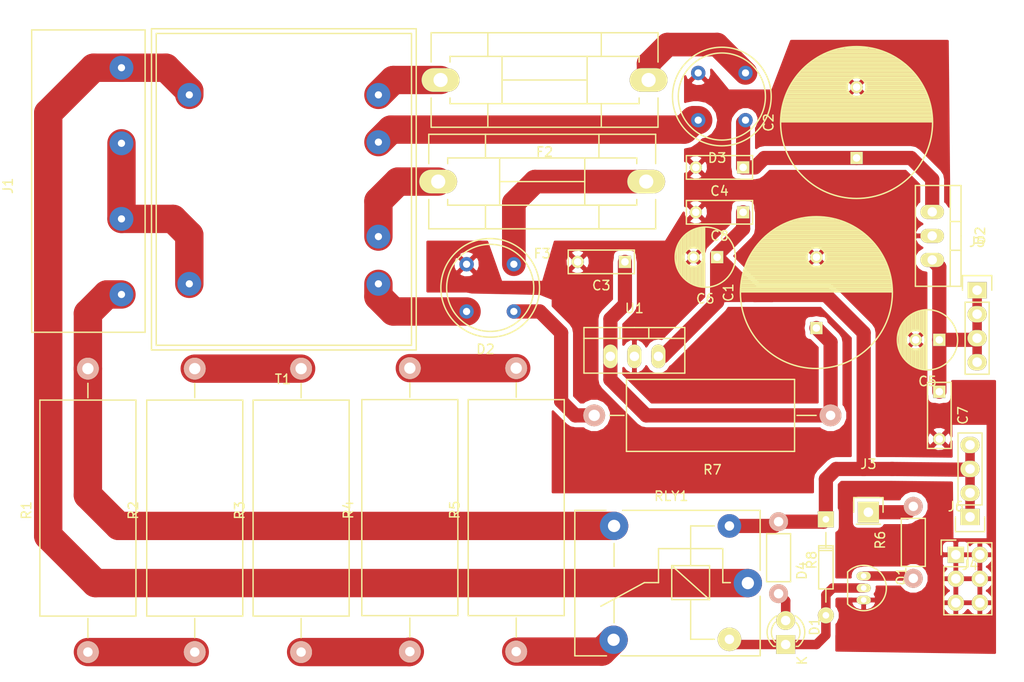
<source format=kicad_pcb>
(kicad_pcb (version 4) (host pcbnew 4.0.6)

  (general
    (links 63)
    (no_connects 4)
    (area 20.275 21.155 268.033334 184.675)
    (thickness 1.6)
    (drawings 0)
    (tracks 117)
    (zones 0)
    (modules 32)
    (nets 25)
  )

  (page A4)
  (layers
    (0 F.Cu signal)
    (31 B.Cu signal)
    (32 B.Adhes user)
    (33 F.Adhes user)
    (34 B.Paste user)
    (35 F.Paste user)
    (36 B.SilkS user)
    (37 F.SilkS user)
    (38 B.Mask user)
    (39 F.Mask user)
    (40 Dwgs.User user)
    (41 Cmts.User user)
    (42 Eco1.User user)
    (43 Eco2.User user)
    (44 Edge.Cuts user)
    (45 Margin user)
    (46 B.CrtYd user)
    (47 F.CrtYd user)
    (48 B.Fab user)
    (49 F.Fab user)
  )

  (setup
    (last_trace_width 1.5)
    (user_trace_width 0.5)
    (user_trace_width 0.75)
    (user_trace_width 1)
    (user_trace_width 1.5)
    (user_trace_width 2)
    (user_trace_width 2.5)
    (user_trace_width 3)
    (user_trace_width 4)
    (trace_clearance 0.2)
    (zone_clearance 0.508)
    (zone_45_only no)
    (trace_min 0.2)
    (segment_width 0.2)
    (edge_width 0.15)
    (via_size 0.6)
    (via_drill 0.4)
    (via_min_size 0.4)
    (via_min_drill 0.3)
    (uvia_size 0.3)
    (uvia_drill 0.1)
    (uvias_allowed no)
    (uvia_min_size 0.2)
    (uvia_min_drill 0.1)
    (pcb_text_width 0.3)
    (pcb_text_size 1.5 1.5)
    (mod_edge_width 0.15)
    (mod_text_size 1 1)
    (mod_text_width 0.15)
    (pad_size 2.49936 1.50114)
    (pad_drill 1.00076)
    (pad_to_mask_clearance 0.2)
    (aux_axis_origin 0 0)
    (visible_elements FFFFFF7F)
    (pcbplotparams
      (layerselection 0x00000_00000001)
      (usegerberextensions false)
      (excludeedgelayer true)
      (linewidth 0.100000)
      (plotframeref false)
      (viasonmask false)
      (mode 1)
      (useauxorigin false)
      (hpglpennumber 1)
      (hpglpenspeed 20)
      (hpglpendiameter 15)
      (hpglpenoverlay 2)
      (psnegative false)
      (psa4output false)
      (plotreference true)
      (plotvalue true)
      (plotinvisibletext false)
      (padsonsilk false)
      (subtractmaskfromsilk false)
      (outputformat 4)
      (mirror false)
      (drillshape 0)
      (scaleselection 1)
      (outputdirectory ""))
  )

  (net 0 "")
  (net 1 "Net-(C1-Pad1)")
  (net 2 GND)
  (net 3 "Net-(C2-Pad1)")
  (net 4 "Net-(C5-Pad1)")
  (net 5 "Net-(C6-Pad1)")
  (net 6 "Net-(D1-Pad1)")
  (net 7 "Net-(D1-Pad2)")
  (net 8 "Net-(D2-Pad2)")
  (net 9 "Net-(D2-Pad3)")
  (net 10 "Net-(D2-Pad4)")
  (net 11 "Net-(D3-Pad2)")
  (net 12 "Net-(D3-Pad3)")
  (net 13 "Net-(F2-Pad2)")
  (net 14 "Net-(F3-Pad2)")
  (net 15 "Net-(J1-Pad1)")
  (net 16 "Net-(J1-Pad2)")
  (net 17 "Net-(J1-Pad4)")
  (net 18 "Net-(Q1-Pad1)")
  (net 19 "Net-(R1-Pad1)")
  (net 20 "Net-(R2-Pad2)")
  (net 21 "Net-(R3-Pad1)")
  (net 22 "Net-(R4-Pad2)")
  (net 23 "Net-(R5-Pad1)")
  (net 24 "Net-(J3-Pad1)")

  (net_class Default "To jest domyślna klasa połączeń."
    (clearance 0.2)
    (trace_width 0.25)
    (via_dia 0.6)
    (via_drill 0.4)
    (uvia_dia 0.3)
    (uvia_drill 0.1)
    (add_net GND)
    (add_net "Net-(C1-Pad1)")
    (add_net "Net-(C2-Pad1)")
    (add_net "Net-(C5-Pad1)")
    (add_net "Net-(C6-Pad1)")
    (add_net "Net-(D1-Pad1)")
    (add_net "Net-(D1-Pad2)")
    (add_net "Net-(D2-Pad2)")
    (add_net "Net-(D2-Pad3)")
    (add_net "Net-(D2-Pad4)")
    (add_net "Net-(D3-Pad2)")
    (add_net "Net-(D3-Pad3)")
    (add_net "Net-(F2-Pad2)")
    (add_net "Net-(F3-Pad2)")
    (add_net "Net-(J1-Pad1)")
    (add_net "Net-(J1-Pad2)")
    (add_net "Net-(J1-Pad4)")
    (add_net "Net-(J3-Pad1)")
    (add_net "Net-(Q1-Pad1)")
    (add_net "Net-(R1-Pad1)")
    (add_net "Net-(R2-Pad2)")
    (add_net "Net-(R3-Pad1)")
    (add_net "Net-(R4-Pad2)")
    (add_net "Net-(R5-Pad1)")
  )

  (module Resistors_ThroughHole:Resistor_Horizontal_RM25mm (layer F.Cu) (tedit 5664877E) (tstamp 5923509E)
    (at 108.25 126.25 180)
    (descr "Resistor, Axial, RM 25mm,")
    (tags "Resistor Axial RM 25mm")
    (path /591A131F)
    (fp_text reference R7 (at 12.49934 -5.75056 180) (layer F.SilkS)
      (effects (font (size 1 1) (thickness 0.15)))
    )
    (fp_text value R (at 12.49934 6.49986 180) (layer F.Fab)
      (effects (font (size 1 1) (thickness 0.15)))
    )
    (fp_line (start -1.4 -4.05) (end 26.4 -4.05) (layer F.CrtYd) (width 0.05))
    (fp_line (start -1.4 4.05) (end -1.4 -4.05) (layer F.CrtYd) (width 0.05))
    (fp_line (start 26.4 -4.05) (end 26.4 4.05) (layer F.CrtYd) (width 0.05))
    (fp_line (start -1.4 4.05) (end 26.4 4.05) (layer F.CrtYd) (width 0.05))
    (fp_line (start 3.556 0) (end 1.524 0) (layer F.SilkS) (width 0.15))
    (fp_line (start 21.844 0) (end 23.368 0) (layer F.SilkS) (width 0.15))
    (fp_line (start 3.81 -3.81) (end 3.81 3.81) (layer F.SilkS) (width 0.15))
    (fp_line (start 3.81 3.81) (end 21.59 3.81) (layer F.SilkS) (width 0.15))
    (fp_line (start 21.59 3.81) (end 21.59 -3.81) (layer F.SilkS) (width 0.15))
    (fp_line (start 21.59 -3.81) (end 3.81 -3.81) (layer F.SilkS) (width 0.15))
    (pad 1 thru_hole circle (at 0 0 180) (size 2.30124 2.30124) (drill 1.00076) (layers *.Cu *.SilkS *.Mask)
      (net 1 "Net-(C1-Pad1)"))
    (pad 2 thru_hole circle (at 24.99868 0 180) (size 2.30124 2.30124) (drill 1.19888) (layers *.Cu *.SilkS *.Mask)
      (net 10 "Net-(D2-Pad4)"))
  )

  (module LEDs:LED-3MM (layer F.Cu) (tedit 559B82F6) (tstamp 59234F84)
    (at 103.5 150.5 90)
    (descr "LED 3mm round vertical")
    (tags "LED  3mm round vertical")
    (path /591D1579)
    (fp_text reference D1 (at 1.91 3.06 90) (layer F.SilkS)
      (effects (font (size 1 1) (thickness 0.15)))
    )
    (fp_text value LED (at 1.3 -2.9 90) (layer F.Fab)
      (effects (font (size 1 1) (thickness 0.15)))
    )
    (fp_line (start -1.2 2.3) (end 3.8 2.3) (layer F.CrtYd) (width 0.05))
    (fp_line (start 3.8 2.3) (end 3.8 -2.2) (layer F.CrtYd) (width 0.05))
    (fp_line (start 3.8 -2.2) (end -1.2 -2.2) (layer F.CrtYd) (width 0.05))
    (fp_line (start -1.2 -2.2) (end -1.2 2.3) (layer F.CrtYd) (width 0.05))
    (fp_line (start -0.199 1.314) (end -0.199 1.114) (layer F.SilkS) (width 0.15))
    (fp_line (start -0.199 -1.28) (end -0.199 -1.1) (layer F.SilkS) (width 0.15))
    (fp_arc (start 1.301 0.034) (end -0.199 -1.286) (angle 108.5) (layer F.SilkS) (width 0.15))
    (fp_arc (start 1.301 0.034) (end 0.25 -1.1) (angle 85.7) (layer F.SilkS) (width 0.15))
    (fp_arc (start 1.311 0.034) (end 3.051 0.994) (angle 110) (layer F.SilkS) (width 0.15))
    (fp_arc (start 1.301 0.034) (end 2.335 1.094) (angle 87.5) (layer F.SilkS) (width 0.15))
    (fp_text user K (at -1.69 1.74 90) (layer F.SilkS)
      (effects (font (size 1 1) (thickness 0.15)))
    )
    (pad 1 thru_hole rect (at 0 0 180) (size 2 2) (drill 1.00076) (layers *.Cu *.Mask F.SilkS)
      (net 6 "Net-(D1-Pad1)"))
    (pad 2 thru_hole circle (at 2.54 0 90) (size 2 2) (drill 1.00076) (layers *.Cu *.Mask F.SilkS)
      (net 7 "Net-(D1-Pad2)"))
    (model LEDs.3dshapes/LED-3MM.wrl
      (at (xyz 0.05 0 0))
      (scale (xyz 1 1 1))
      (rotate (xyz 0 0 90))
    )
  )

  (module Capacitors_ThroughHole:C_Radial_D16_L30_P7.5 (layer F.Cu) (tedit 0) (tstamp 59234E9F)
    (at 106.75 117 90)
    (descr "Radial Electrolytic Capacitor Diameter 16mm x Length 25mm, Pitch 7.5mm")
    (tags "Electrolytic Capacitor")
    (path /591A0AAC)
    (fp_text reference C1 (at 3.75 -9.3 90) (layer F.SilkS)
      (effects (font (size 1 1) (thickness 0.15)))
    )
    (fp_text value CP (at 3.75 9.3 90) (layer F.Fab)
      (effects (font (size 1 1) (thickness 0.15)))
    )
    (fp_line (start 3.825 -8) (end 3.825 8) (layer F.SilkS) (width 0.15))
    (fp_line (start 3.965 -7.997) (end 3.965 7.997) (layer F.SilkS) (width 0.15))
    (fp_line (start 4.105 -7.992) (end 4.105 7.992) (layer F.SilkS) (width 0.15))
    (fp_line (start 4.245 -7.985) (end 4.245 7.985) (layer F.SilkS) (width 0.15))
    (fp_line (start 4.385 -7.975) (end 4.385 7.975) (layer F.SilkS) (width 0.15))
    (fp_line (start 4.525 -7.962) (end 4.525 7.962) (layer F.SilkS) (width 0.15))
    (fp_line (start 4.665 -7.948) (end 4.665 7.948) (layer F.SilkS) (width 0.15))
    (fp_line (start 4.805 -7.93) (end 4.805 7.93) (layer F.SilkS) (width 0.15))
    (fp_line (start 4.945 -7.91) (end 4.945 7.91) (layer F.SilkS) (width 0.15))
    (fp_line (start 5.085 -7.888) (end 5.085 7.888) (layer F.SilkS) (width 0.15))
    (fp_line (start 5.225 -7.863) (end 5.225 7.863) (layer F.SilkS) (width 0.15))
    (fp_line (start 5.365 -7.835) (end 5.365 7.835) (layer F.SilkS) (width 0.15))
    (fp_line (start 5.505 -7.805) (end 5.505 7.805) (layer F.SilkS) (width 0.15))
    (fp_line (start 5.645 -7.772) (end 5.645 7.772) (layer F.SilkS) (width 0.15))
    (fp_line (start 5.785 -7.737) (end 5.785 7.737) (layer F.SilkS) (width 0.15))
    (fp_line (start 5.925 -7.699) (end 5.925 7.699) (layer F.SilkS) (width 0.15))
    (fp_line (start 6.065 -7.658) (end 6.065 7.658) (layer F.SilkS) (width 0.15))
    (fp_line (start 6.205 -7.614) (end 6.205 7.614) (layer F.SilkS) (width 0.15))
    (fp_line (start 6.345 -7.567) (end 6.345 7.567) (layer F.SilkS) (width 0.15))
    (fp_line (start 6.485 -7.518) (end 6.485 7.518) (layer F.SilkS) (width 0.15))
    (fp_line (start 6.625 -7.466) (end 6.625 -0.484) (layer F.SilkS) (width 0.15))
    (fp_line (start 6.625 0.484) (end 6.625 7.466) (layer F.SilkS) (width 0.15))
    (fp_line (start 6.765 -7.41) (end 6.765 -0.678) (layer F.SilkS) (width 0.15))
    (fp_line (start 6.765 0.678) (end 6.765 7.41) (layer F.SilkS) (width 0.15))
    (fp_line (start 6.905 -7.352) (end 6.905 -0.804) (layer F.SilkS) (width 0.15))
    (fp_line (start 6.905 0.804) (end 6.905 7.352) (layer F.SilkS) (width 0.15))
    (fp_line (start 7.045 -7.29) (end 7.045 -0.89) (layer F.SilkS) (width 0.15))
    (fp_line (start 7.045 0.89) (end 7.045 7.29) (layer F.SilkS) (width 0.15))
    (fp_line (start 7.185 -7.225) (end 7.185 -0.949) (layer F.SilkS) (width 0.15))
    (fp_line (start 7.185 0.949) (end 7.185 7.225) (layer F.SilkS) (width 0.15))
    (fp_line (start 7.325 -7.157) (end 7.325 -0.985) (layer F.SilkS) (width 0.15))
    (fp_line (start 7.325 0.985) (end 7.325 7.157) (layer F.SilkS) (width 0.15))
    (fp_line (start 7.465 -7.085) (end 7.465 -0.999) (layer F.SilkS) (width 0.15))
    (fp_line (start 7.465 0.999) (end 7.465 7.085) (layer F.SilkS) (width 0.15))
    (fp_line (start 7.605 -7.01) (end 7.605 -0.994) (layer F.SilkS) (width 0.15))
    (fp_line (start 7.605 0.994) (end 7.605 7.01) (layer F.SilkS) (width 0.15))
    (fp_line (start 7.745 -6.931) (end 7.745 -0.97) (layer F.SilkS) (width 0.15))
    (fp_line (start 7.745 0.97) (end 7.745 6.931) (layer F.SilkS) (width 0.15))
    (fp_line (start 7.885 -6.848) (end 7.885 -0.923) (layer F.SilkS) (width 0.15))
    (fp_line (start 7.885 0.923) (end 7.885 6.848) (layer F.SilkS) (width 0.15))
    (fp_line (start 8.025 -6.762) (end 8.025 -0.851) (layer F.SilkS) (width 0.15))
    (fp_line (start 8.025 0.851) (end 8.025 6.762) (layer F.SilkS) (width 0.15))
    (fp_line (start 8.165 -6.671) (end 8.165 -0.747) (layer F.SilkS) (width 0.15))
    (fp_line (start 8.165 0.747) (end 8.165 6.671) (layer F.SilkS) (width 0.15))
    (fp_line (start 8.305 -6.577) (end 8.305 -0.593) (layer F.SilkS) (width 0.15))
    (fp_line (start 8.305 0.593) (end 8.305 6.577) (layer F.SilkS) (width 0.15))
    (fp_line (start 8.445 -6.477) (end 8.445 -0.327) (layer F.SilkS) (width 0.15))
    (fp_line (start 8.445 0.327) (end 8.445 6.477) (layer F.SilkS) (width 0.15))
    (fp_line (start 8.585 -6.374) (end 8.585 6.374) (layer F.SilkS) (width 0.15))
    (fp_line (start 8.725 -6.265) (end 8.725 6.265) (layer F.SilkS) (width 0.15))
    (fp_line (start 8.865 -6.151) (end 8.865 6.151) (layer F.SilkS) (width 0.15))
    (fp_line (start 9.005 -6.032) (end 9.005 6.032) (layer F.SilkS) (width 0.15))
    (fp_line (start 9.145 -5.907) (end 9.145 5.907) (layer F.SilkS) (width 0.15))
    (fp_line (start 9.285 -5.776) (end 9.285 5.776) (layer F.SilkS) (width 0.15))
    (fp_line (start 9.425 -5.639) (end 9.425 5.639) (layer F.SilkS) (width 0.15))
    (fp_line (start 9.565 -5.494) (end 9.565 5.494) (layer F.SilkS) (width 0.15))
    (fp_line (start 9.705 -5.342) (end 9.705 5.342) (layer F.SilkS) (width 0.15))
    (fp_line (start 9.845 -5.182) (end 9.845 5.182) (layer F.SilkS) (width 0.15))
    (fp_line (start 9.985 -5.012) (end 9.985 5.012) (layer F.SilkS) (width 0.15))
    (fp_line (start 10.125 -4.833) (end 10.125 4.833) (layer F.SilkS) (width 0.15))
    (fp_line (start 10.265 -4.643) (end 10.265 4.643) (layer F.SilkS) (width 0.15))
    (fp_line (start 10.405 -4.44) (end 10.405 4.44) (layer F.SilkS) (width 0.15))
    (fp_line (start 10.545 -4.222) (end 10.545 4.222) (layer F.SilkS) (width 0.15))
    (fp_line (start 10.685 -3.988) (end 10.685 3.988) (layer F.SilkS) (width 0.15))
    (fp_line (start 10.825 -3.734) (end 10.825 3.734) (layer F.SilkS) (width 0.15))
    (fp_line (start 10.965 -3.456) (end 10.965 3.456) (layer F.SilkS) (width 0.15))
    (fp_line (start 11.105 -3.147) (end 11.105 3.147) (layer F.SilkS) (width 0.15))
    (fp_line (start 11.245 -2.797) (end 11.245 2.797) (layer F.SilkS) (width 0.15))
    (fp_line (start 11.385 -2.389) (end 11.385 2.389) (layer F.SilkS) (width 0.15))
    (fp_line (start 11.525 -1.884) (end 11.525 1.884) (layer F.SilkS) (width 0.15))
    (fp_line (start 11.665 -1.163) (end 11.665 1.163) (layer F.SilkS) (width 0.15))
    (fp_circle (center 7.5 0) (end 7.5 -1) (layer F.SilkS) (width 0.15))
    (fp_circle (center 3.75 0) (end 3.75 -8.0375) (layer F.SilkS) (width 0.15))
    (fp_circle (center 3.75 0) (end 3.75 -8.3) (layer F.CrtYd) (width 0.05))
    (pad 1 thru_hole rect (at 0 0 90) (size 1.3 1.3) (drill 0.8) (layers *.Cu *.Mask F.SilkS)
      (net 1 "Net-(C1-Pad1)"))
    (pad 2 thru_hole circle (at 7.5 0 90) (size 1.3 1.3) (drill 0.8) (layers *.Cu *.Mask F.SilkS)
      (net 2 GND))
    (model Capacitors_ThroughHole.3dshapes/C_Radial_D16_L30_P7.5.wrl
      (at (xyz 0.147638 0 0))
      (scale (xyz 1 1 1))
      (rotate (xyz 0 0 90))
    )
  )

  (module Capacitors_ThroughHole:C_Radial_D16_L30_P7.5 (layer F.Cu) (tedit 0) (tstamp 59234EEF)
    (at 111 99 90)
    (descr "Radial Electrolytic Capacitor Diameter 16mm x Length 25mm, Pitch 7.5mm")
    (tags "Electrolytic Capacitor")
    (path /591A0B2F)
    (fp_text reference C2 (at 3.75 -9.3 90) (layer F.SilkS)
      (effects (font (size 1 1) (thickness 0.15)))
    )
    (fp_text value CP (at 3.75 9.3 90) (layer F.Fab)
      (effects (font (size 1 1) (thickness 0.15)))
    )
    (fp_line (start 3.825 -8) (end 3.825 8) (layer F.SilkS) (width 0.15))
    (fp_line (start 3.965 -7.997) (end 3.965 7.997) (layer F.SilkS) (width 0.15))
    (fp_line (start 4.105 -7.992) (end 4.105 7.992) (layer F.SilkS) (width 0.15))
    (fp_line (start 4.245 -7.985) (end 4.245 7.985) (layer F.SilkS) (width 0.15))
    (fp_line (start 4.385 -7.975) (end 4.385 7.975) (layer F.SilkS) (width 0.15))
    (fp_line (start 4.525 -7.962) (end 4.525 7.962) (layer F.SilkS) (width 0.15))
    (fp_line (start 4.665 -7.948) (end 4.665 7.948) (layer F.SilkS) (width 0.15))
    (fp_line (start 4.805 -7.93) (end 4.805 7.93) (layer F.SilkS) (width 0.15))
    (fp_line (start 4.945 -7.91) (end 4.945 7.91) (layer F.SilkS) (width 0.15))
    (fp_line (start 5.085 -7.888) (end 5.085 7.888) (layer F.SilkS) (width 0.15))
    (fp_line (start 5.225 -7.863) (end 5.225 7.863) (layer F.SilkS) (width 0.15))
    (fp_line (start 5.365 -7.835) (end 5.365 7.835) (layer F.SilkS) (width 0.15))
    (fp_line (start 5.505 -7.805) (end 5.505 7.805) (layer F.SilkS) (width 0.15))
    (fp_line (start 5.645 -7.772) (end 5.645 7.772) (layer F.SilkS) (width 0.15))
    (fp_line (start 5.785 -7.737) (end 5.785 7.737) (layer F.SilkS) (width 0.15))
    (fp_line (start 5.925 -7.699) (end 5.925 7.699) (layer F.SilkS) (width 0.15))
    (fp_line (start 6.065 -7.658) (end 6.065 7.658) (layer F.SilkS) (width 0.15))
    (fp_line (start 6.205 -7.614) (end 6.205 7.614) (layer F.SilkS) (width 0.15))
    (fp_line (start 6.345 -7.567) (end 6.345 7.567) (layer F.SilkS) (width 0.15))
    (fp_line (start 6.485 -7.518) (end 6.485 7.518) (layer F.SilkS) (width 0.15))
    (fp_line (start 6.625 -7.466) (end 6.625 -0.484) (layer F.SilkS) (width 0.15))
    (fp_line (start 6.625 0.484) (end 6.625 7.466) (layer F.SilkS) (width 0.15))
    (fp_line (start 6.765 -7.41) (end 6.765 -0.678) (layer F.SilkS) (width 0.15))
    (fp_line (start 6.765 0.678) (end 6.765 7.41) (layer F.SilkS) (width 0.15))
    (fp_line (start 6.905 -7.352) (end 6.905 -0.804) (layer F.SilkS) (width 0.15))
    (fp_line (start 6.905 0.804) (end 6.905 7.352) (layer F.SilkS) (width 0.15))
    (fp_line (start 7.045 -7.29) (end 7.045 -0.89) (layer F.SilkS) (width 0.15))
    (fp_line (start 7.045 0.89) (end 7.045 7.29) (layer F.SilkS) (width 0.15))
    (fp_line (start 7.185 -7.225) (end 7.185 -0.949) (layer F.SilkS) (width 0.15))
    (fp_line (start 7.185 0.949) (end 7.185 7.225) (layer F.SilkS) (width 0.15))
    (fp_line (start 7.325 -7.157) (end 7.325 -0.985) (layer F.SilkS) (width 0.15))
    (fp_line (start 7.325 0.985) (end 7.325 7.157) (layer F.SilkS) (width 0.15))
    (fp_line (start 7.465 -7.085) (end 7.465 -0.999) (layer F.SilkS) (width 0.15))
    (fp_line (start 7.465 0.999) (end 7.465 7.085) (layer F.SilkS) (width 0.15))
    (fp_line (start 7.605 -7.01) (end 7.605 -0.994) (layer F.SilkS) (width 0.15))
    (fp_line (start 7.605 0.994) (end 7.605 7.01) (layer F.SilkS) (width 0.15))
    (fp_line (start 7.745 -6.931) (end 7.745 -0.97) (layer F.SilkS) (width 0.15))
    (fp_line (start 7.745 0.97) (end 7.745 6.931) (layer F.SilkS) (width 0.15))
    (fp_line (start 7.885 -6.848) (end 7.885 -0.923) (layer F.SilkS) (width 0.15))
    (fp_line (start 7.885 0.923) (end 7.885 6.848) (layer F.SilkS) (width 0.15))
    (fp_line (start 8.025 -6.762) (end 8.025 -0.851) (layer F.SilkS) (width 0.15))
    (fp_line (start 8.025 0.851) (end 8.025 6.762) (layer F.SilkS) (width 0.15))
    (fp_line (start 8.165 -6.671) (end 8.165 -0.747) (layer F.SilkS) (width 0.15))
    (fp_line (start 8.165 0.747) (end 8.165 6.671) (layer F.SilkS) (width 0.15))
    (fp_line (start 8.305 -6.577) (end 8.305 -0.593) (layer F.SilkS) (width 0.15))
    (fp_line (start 8.305 0.593) (end 8.305 6.577) (layer F.SilkS) (width 0.15))
    (fp_line (start 8.445 -6.477) (end 8.445 -0.327) (layer F.SilkS) (width 0.15))
    (fp_line (start 8.445 0.327) (end 8.445 6.477) (layer F.SilkS) (width 0.15))
    (fp_line (start 8.585 -6.374) (end 8.585 6.374) (layer F.SilkS) (width 0.15))
    (fp_line (start 8.725 -6.265) (end 8.725 6.265) (layer F.SilkS) (width 0.15))
    (fp_line (start 8.865 -6.151) (end 8.865 6.151) (layer F.SilkS) (width 0.15))
    (fp_line (start 9.005 -6.032) (end 9.005 6.032) (layer F.SilkS) (width 0.15))
    (fp_line (start 9.145 -5.907) (end 9.145 5.907) (layer F.SilkS) (width 0.15))
    (fp_line (start 9.285 -5.776) (end 9.285 5.776) (layer F.SilkS) (width 0.15))
    (fp_line (start 9.425 -5.639) (end 9.425 5.639) (layer F.SilkS) (width 0.15))
    (fp_line (start 9.565 -5.494) (end 9.565 5.494) (layer F.SilkS) (width 0.15))
    (fp_line (start 9.705 -5.342) (end 9.705 5.342) (layer F.SilkS) (width 0.15))
    (fp_line (start 9.845 -5.182) (end 9.845 5.182) (layer F.SilkS) (width 0.15))
    (fp_line (start 9.985 -5.012) (end 9.985 5.012) (layer F.SilkS) (width 0.15))
    (fp_line (start 10.125 -4.833) (end 10.125 4.833) (layer F.SilkS) (width 0.15))
    (fp_line (start 10.265 -4.643) (end 10.265 4.643) (layer F.SilkS) (width 0.15))
    (fp_line (start 10.405 -4.44) (end 10.405 4.44) (layer F.SilkS) (width 0.15))
    (fp_line (start 10.545 -4.222) (end 10.545 4.222) (layer F.SilkS) (width 0.15))
    (fp_line (start 10.685 -3.988) (end 10.685 3.988) (layer F.SilkS) (width 0.15))
    (fp_line (start 10.825 -3.734) (end 10.825 3.734) (layer F.SilkS) (width 0.15))
    (fp_line (start 10.965 -3.456) (end 10.965 3.456) (layer F.SilkS) (width 0.15))
    (fp_line (start 11.105 -3.147) (end 11.105 3.147) (layer F.SilkS) (width 0.15))
    (fp_line (start 11.245 -2.797) (end 11.245 2.797) (layer F.SilkS) (width 0.15))
    (fp_line (start 11.385 -2.389) (end 11.385 2.389) (layer F.SilkS) (width 0.15))
    (fp_line (start 11.525 -1.884) (end 11.525 1.884) (layer F.SilkS) (width 0.15))
    (fp_line (start 11.665 -1.163) (end 11.665 1.163) (layer F.SilkS) (width 0.15))
    (fp_circle (center 7.5 0) (end 7.5 -1) (layer F.SilkS) (width 0.15))
    (fp_circle (center 3.75 0) (end 3.75 -8.0375) (layer F.SilkS) (width 0.15))
    (fp_circle (center 3.75 0) (end 3.75 -8.3) (layer F.CrtYd) (width 0.05))
    (pad 1 thru_hole rect (at 0 0 90) (size 1.3 1.3) (drill 0.8) (layers *.Cu *.Mask F.SilkS)
      (net 3 "Net-(C2-Pad1)"))
    (pad 2 thru_hole circle (at 7.5 0 90) (size 1.3 1.3) (drill 0.8) (layers *.Cu *.Mask F.SilkS)
      (net 2 GND))
    (model Capacitors_ThroughHole.3dshapes/C_Radial_D16_L30_P7.5.wrl
      (at (xyz 0.147638 0 0))
      (scale (xyz 1 1 1))
      (rotate (xyz 0 0 90))
    )
  )

  (module Capacitors_ThroughHole:C_Rect_L7_W2.5_P5 (layer F.Cu) (tedit 0) (tstamp 59234EFD)
    (at 86.5 110 180)
    (descr "Film Capacitor Length 7mm x Width 2.5mm, Pitch 5mm")
    (tags Capacitor)
    (path /591A11CA)
    (fp_text reference C3 (at 2.5 -2.5 180) (layer F.SilkS)
      (effects (font (size 1 1) (thickness 0.15)))
    )
    (fp_text value C (at 2.5 2.5 180) (layer F.Fab)
      (effects (font (size 1 1) (thickness 0.15)))
    )
    (fp_line (start -1.25 -1.5) (end 6.25 -1.5) (layer F.CrtYd) (width 0.05))
    (fp_line (start 6.25 -1.5) (end 6.25 1.5) (layer F.CrtYd) (width 0.05))
    (fp_line (start 6.25 1.5) (end -1.25 1.5) (layer F.CrtYd) (width 0.05))
    (fp_line (start -1.25 1.5) (end -1.25 -1.5) (layer F.CrtYd) (width 0.05))
    (fp_line (start -1 -1.25) (end 6 -1.25) (layer F.SilkS) (width 0.15))
    (fp_line (start 6 -1.25) (end 6 1.25) (layer F.SilkS) (width 0.15))
    (fp_line (start 6 1.25) (end -1 1.25) (layer F.SilkS) (width 0.15))
    (fp_line (start -1 1.25) (end -1 -1.25) (layer F.SilkS) (width 0.15))
    (pad 1 thru_hole rect (at 0 0 180) (size 1.3 1.3) (drill 0.8) (layers *.Cu *.Mask F.SilkS)
      (net 1 "Net-(C1-Pad1)"))
    (pad 2 thru_hole circle (at 5 0 180) (size 1.3 1.3) (drill 0.8) (layers *.Cu *.Mask F.SilkS)
      (net 2 GND))
  )

  (module Capacitors_ThroughHole:C_Radial_D6.3_L11.2_P2.5 (layer F.Cu) (tedit 0) (tstamp 59234F2A)
    (at 119.75 118.25 180)
    (descr "Radial Electrolytic Capacitor, Diameter 6.3mm x Length 11.2mm, Pitch 2.5mm")
    (tags "Electrolytic Capacitor")
    (path /591A0CEF)
    (fp_text reference C5 (at 1.25 -4.4 180) (layer F.SilkS)
      (effects (font (size 1 1) (thickness 0.15)))
    )
    (fp_text value CP (at 1.25 4.4 180) (layer F.Fab)
      (effects (font (size 1 1) (thickness 0.15)))
    )
    (fp_line (start 1.325 -3.149) (end 1.325 3.149) (layer F.SilkS) (width 0.15))
    (fp_line (start 1.465 -3.143) (end 1.465 3.143) (layer F.SilkS) (width 0.15))
    (fp_line (start 1.605 -3.13) (end 1.605 -0.446) (layer F.SilkS) (width 0.15))
    (fp_line (start 1.605 0.446) (end 1.605 3.13) (layer F.SilkS) (width 0.15))
    (fp_line (start 1.745 -3.111) (end 1.745 -0.656) (layer F.SilkS) (width 0.15))
    (fp_line (start 1.745 0.656) (end 1.745 3.111) (layer F.SilkS) (width 0.15))
    (fp_line (start 1.885 -3.085) (end 1.885 -0.789) (layer F.SilkS) (width 0.15))
    (fp_line (start 1.885 0.789) (end 1.885 3.085) (layer F.SilkS) (width 0.15))
    (fp_line (start 2.025 -3.053) (end 2.025 -0.88) (layer F.SilkS) (width 0.15))
    (fp_line (start 2.025 0.88) (end 2.025 3.053) (layer F.SilkS) (width 0.15))
    (fp_line (start 2.165 -3.014) (end 2.165 -0.942) (layer F.SilkS) (width 0.15))
    (fp_line (start 2.165 0.942) (end 2.165 3.014) (layer F.SilkS) (width 0.15))
    (fp_line (start 2.305 -2.968) (end 2.305 -0.981) (layer F.SilkS) (width 0.15))
    (fp_line (start 2.305 0.981) (end 2.305 2.968) (layer F.SilkS) (width 0.15))
    (fp_line (start 2.445 -2.915) (end 2.445 -0.998) (layer F.SilkS) (width 0.15))
    (fp_line (start 2.445 0.998) (end 2.445 2.915) (layer F.SilkS) (width 0.15))
    (fp_line (start 2.585 -2.853) (end 2.585 -0.996) (layer F.SilkS) (width 0.15))
    (fp_line (start 2.585 0.996) (end 2.585 2.853) (layer F.SilkS) (width 0.15))
    (fp_line (start 2.725 -2.783) (end 2.725 -0.974) (layer F.SilkS) (width 0.15))
    (fp_line (start 2.725 0.974) (end 2.725 2.783) (layer F.SilkS) (width 0.15))
    (fp_line (start 2.865 -2.704) (end 2.865 -0.931) (layer F.SilkS) (width 0.15))
    (fp_line (start 2.865 0.931) (end 2.865 2.704) (layer F.SilkS) (width 0.15))
    (fp_line (start 3.005 -2.616) (end 3.005 -0.863) (layer F.SilkS) (width 0.15))
    (fp_line (start 3.005 0.863) (end 3.005 2.616) (layer F.SilkS) (width 0.15))
    (fp_line (start 3.145 -2.516) (end 3.145 -0.764) (layer F.SilkS) (width 0.15))
    (fp_line (start 3.145 0.764) (end 3.145 2.516) (layer F.SilkS) (width 0.15))
    (fp_line (start 3.285 -2.404) (end 3.285 -0.619) (layer F.SilkS) (width 0.15))
    (fp_line (start 3.285 0.619) (end 3.285 2.404) (layer F.SilkS) (width 0.15))
    (fp_line (start 3.425 -2.279) (end 3.425 -0.38) (layer F.SilkS) (width 0.15))
    (fp_line (start 3.425 0.38) (end 3.425 2.279) (layer F.SilkS) (width 0.15))
    (fp_line (start 3.565 -2.136) (end 3.565 2.136) (layer F.SilkS) (width 0.15))
    (fp_line (start 3.705 -1.974) (end 3.705 1.974) (layer F.SilkS) (width 0.15))
    (fp_line (start 3.845 -1.786) (end 3.845 1.786) (layer F.SilkS) (width 0.15))
    (fp_line (start 3.985 -1.563) (end 3.985 1.563) (layer F.SilkS) (width 0.15))
    (fp_line (start 4.125 -1.287) (end 4.125 1.287) (layer F.SilkS) (width 0.15))
    (fp_line (start 4.265 -0.912) (end 4.265 0.912) (layer F.SilkS) (width 0.15))
    (fp_circle (center 2.5 0) (end 2.5 -1) (layer F.SilkS) (width 0.15))
    (fp_circle (center 1.25 0) (end 1.25 -3.1875) (layer F.SilkS) (width 0.15))
    (fp_circle (center 1.25 0) (end 1.25 -3.4) (layer F.CrtYd) (width 0.05))
    (pad 2 thru_hole circle (at 2.5 0 180) (size 1.3 1.3) (drill 0.8) (layers *.Cu *.Mask F.SilkS)
      (net 2 GND))
    (pad 1 thru_hole rect (at 0 0 180) (size 1.3 1.3) (drill 0.8) (layers *.Cu *.Mask F.SilkS)
      (net 4 "Net-(C5-Pad1)"))
    (model Capacitors_ThroughHole.3dshapes/C_Radial_D6.3_L11.2_P2.5.wrl
      (at (xyz 0 0 0))
      (scale (xyz 1 1 1))
      (rotate (xyz 0 0 0))
    )
  )

  (module Capacitors_ThroughHole:C_Radial_D6.3_L11.2_P2.5 (layer F.Cu) (tedit 0) (tstamp 59234F57)
    (at 96.25 109.5 180)
    (descr "Radial Electrolytic Capacitor, Diameter 6.3mm x Length 11.2mm, Pitch 2.5mm")
    (tags "Electrolytic Capacitor")
    (path /591A0C24)
    (fp_text reference C6 (at 1.25 -4.4 180) (layer F.SilkS)
      (effects (font (size 1 1) (thickness 0.15)))
    )
    (fp_text value CP (at 1.25 4.4 180) (layer F.Fab)
      (effects (font (size 1 1) (thickness 0.15)))
    )
    (fp_line (start 1.325 -3.149) (end 1.325 3.149) (layer F.SilkS) (width 0.15))
    (fp_line (start 1.465 -3.143) (end 1.465 3.143) (layer F.SilkS) (width 0.15))
    (fp_line (start 1.605 -3.13) (end 1.605 -0.446) (layer F.SilkS) (width 0.15))
    (fp_line (start 1.605 0.446) (end 1.605 3.13) (layer F.SilkS) (width 0.15))
    (fp_line (start 1.745 -3.111) (end 1.745 -0.656) (layer F.SilkS) (width 0.15))
    (fp_line (start 1.745 0.656) (end 1.745 3.111) (layer F.SilkS) (width 0.15))
    (fp_line (start 1.885 -3.085) (end 1.885 -0.789) (layer F.SilkS) (width 0.15))
    (fp_line (start 1.885 0.789) (end 1.885 3.085) (layer F.SilkS) (width 0.15))
    (fp_line (start 2.025 -3.053) (end 2.025 -0.88) (layer F.SilkS) (width 0.15))
    (fp_line (start 2.025 0.88) (end 2.025 3.053) (layer F.SilkS) (width 0.15))
    (fp_line (start 2.165 -3.014) (end 2.165 -0.942) (layer F.SilkS) (width 0.15))
    (fp_line (start 2.165 0.942) (end 2.165 3.014) (layer F.SilkS) (width 0.15))
    (fp_line (start 2.305 -2.968) (end 2.305 -0.981) (layer F.SilkS) (width 0.15))
    (fp_line (start 2.305 0.981) (end 2.305 2.968) (layer F.SilkS) (width 0.15))
    (fp_line (start 2.445 -2.915) (end 2.445 -0.998) (layer F.SilkS) (width 0.15))
    (fp_line (start 2.445 0.998) (end 2.445 2.915) (layer F.SilkS) (width 0.15))
    (fp_line (start 2.585 -2.853) (end 2.585 -0.996) (layer F.SilkS) (width 0.15))
    (fp_line (start 2.585 0.996) (end 2.585 2.853) (layer F.SilkS) (width 0.15))
    (fp_line (start 2.725 -2.783) (end 2.725 -0.974) (layer F.SilkS) (width 0.15))
    (fp_line (start 2.725 0.974) (end 2.725 2.783) (layer F.SilkS) (width 0.15))
    (fp_line (start 2.865 -2.704) (end 2.865 -0.931) (layer F.SilkS) (width 0.15))
    (fp_line (start 2.865 0.931) (end 2.865 2.704) (layer F.SilkS) (width 0.15))
    (fp_line (start 3.005 -2.616) (end 3.005 -0.863) (layer F.SilkS) (width 0.15))
    (fp_line (start 3.005 0.863) (end 3.005 2.616) (layer F.SilkS) (width 0.15))
    (fp_line (start 3.145 -2.516) (end 3.145 -0.764) (layer F.SilkS) (width 0.15))
    (fp_line (start 3.145 0.764) (end 3.145 2.516) (layer F.SilkS) (width 0.15))
    (fp_line (start 3.285 -2.404) (end 3.285 -0.619) (layer F.SilkS) (width 0.15))
    (fp_line (start 3.285 0.619) (end 3.285 2.404) (layer F.SilkS) (width 0.15))
    (fp_line (start 3.425 -2.279) (end 3.425 -0.38) (layer F.SilkS) (width 0.15))
    (fp_line (start 3.425 0.38) (end 3.425 2.279) (layer F.SilkS) (width 0.15))
    (fp_line (start 3.565 -2.136) (end 3.565 2.136) (layer F.SilkS) (width 0.15))
    (fp_line (start 3.705 -1.974) (end 3.705 1.974) (layer F.SilkS) (width 0.15))
    (fp_line (start 3.845 -1.786) (end 3.845 1.786) (layer F.SilkS) (width 0.15))
    (fp_line (start 3.985 -1.563) (end 3.985 1.563) (layer F.SilkS) (width 0.15))
    (fp_line (start 4.125 -1.287) (end 4.125 1.287) (layer F.SilkS) (width 0.15))
    (fp_line (start 4.265 -0.912) (end 4.265 0.912) (layer F.SilkS) (width 0.15))
    (fp_circle (center 2.5 0) (end 2.5 -1) (layer F.SilkS) (width 0.15))
    (fp_circle (center 1.25 0) (end 1.25 -3.1875) (layer F.SilkS) (width 0.15))
    (fp_circle (center 1.25 0) (end 1.25 -3.4) (layer F.CrtYd) (width 0.05))
    (pad 2 thru_hole circle (at 2.5 0 180) (size 1.3 1.3) (drill 0.8) (layers *.Cu *.Mask F.SilkS)
      (net 2 GND))
    (pad 1 thru_hole rect (at 0 0 180) (size 1.3 1.3) (drill 0.8) (layers *.Cu *.Mask F.SilkS)
      (net 5 "Net-(C6-Pad1)"))
    (model Capacitors_ThroughHole.3dshapes/C_Radial_D6.3_L11.2_P2.5.wrl
      (at (xyz 0 0 0))
      (scale (xyz 1 1 1))
      (rotate (xyz 0 0 0))
    )
  )

  (module Capacitors_ThroughHole:C_Rect_L7_W2.5_P5 (layer F.Cu) (tedit 0) (tstamp 59234F65)
    (at 119.75 123.75 270)
    (descr "Film Capacitor Length 7mm x Width 2.5mm, Pitch 5mm")
    (tags Capacitor)
    (path /591A1274)
    (fp_text reference C7 (at 2.5 -2.5 270) (layer F.SilkS)
      (effects (font (size 1 1) (thickness 0.15)))
    )
    (fp_text value C (at 2.5 2.5 270) (layer F.Fab)
      (effects (font (size 1 1) (thickness 0.15)))
    )
    (fp_line (start -1.25 -1.5) (end 6.25 -1.5) (layer F.CrtYd) (width 0.05))
    (fp_line (start 6.25 -1.5) (end 6.25 1.5) (layer F.CrtYd) (width 0.05))
    (fp_line (start 6.25 1.5) (end -1.25 1.5) (layer F.CrtYd) (width 0.05))
    (fp_line (start -1.25 1.5) (end -1.25 -1.5) (layer F.CrtYd) (width 0.05))
    (fp_line (start -1 -1.25) (end 6 -1.25) (layer F.SilkS) (width 0.15))
    (fp_line (start 6 -1.25) (end 6 1.25) (layer F.SilkS) (width 0.15))
    (fp_line (start 6 1.25) (end -1 1.25) (layer F.SilkS) (width 0.15))
    (fp_line (start -1 1.25) (end -1 -1.25) (layer F.SilkS) (width 0.15))
    (pad 1 thru_hole rect (at 0 0 270) (size 1.3 1.3) (drill 0.8) (layers *.Cu *.Mask F.SilkS)
      (net 4 "Net-(C5-Pad1)"))
    (pad 2 thru_hole circle (at 5 0 270) (size 1.3 1.3) (drill 0.8) (layers *.Cu *.Mask F.SilkS)
      (net 2 GND))
  )

  (module Capacitors_ThroughHole:C_Rect_L7_W2.5_P5 (layer F.Cu) (tedit 0) (tstamp 59234F73)
    (at 99 104.75 180)
    (descr "Film Capacitor Length 7mm x Width 2.5mm, Pitch 5mm")
    (tags Capacitor)
    (path /591A1221)
    (fp_text reference C8 (at 2.5 -2.5 180) (layer F.SilkS)
      (effects (font (size 1 1) (thickness 0.15)))
    )
    (fp_text value C (at 2.5 2.5 180) (layer F.Fab)
      (effects (font (size 1 1) (thickness 0.15)))
    )
    (fp_line (start -1.25 -1.5) (end 6.25 -1.5) (layer F.CrtYd) (width 0.05))
    (fp_line (start 6.25 -1.5) (end 6.25 1.5) (layer F.CrtYd) (width 0.05))
    (fp_line (start 6.25 1.5) (end -1.25 1.5) (layer F.CrtYd) (width 0.05))
    (fp_line (start -1.25 1.5) (end -1.25 -1.5) (layer F.CrtYd) (width 0.05))
    (fp_line (start -1 -1.25) (end 6 -1.25) (layer F.SilkS) (width 0.15))
    (fp_line (start 6 -1.25) (end 6 1.25) (layer F.SilkS) (width 0.15))
    (fp_line (start 6 1.25) (end -1 1.25) (layer F.SilkS) (width 0.15))
    (fp_line (start -1 1.25) (end -1 -1.25) (layer F.SilkS) (width 0.15))
    (pad 1 thru_hole rect (at 0 0 180) (size 1.3 1.3) (drill 0.8) (layers *.Cu *.Mask F.SilkS)
      (net 5 "Net-(C6-Pad1)"))
    (pad 2 thru_hole circle (at 5 0 180) (size 1.3 1.3) (drill 0.8) (layers *.Cu *.Mask F.SilkS)
      (net 2 GND))
  )

  (module GX:W10Bridge (layer F.Cu) (tedit 591D640C) (tstamp 59234F8E)
    (at 72.25 112.75)
    (path /591A0462)
    (fp_text reference D2 (at -0.5 6.5) (layer F.SilkS)
      (effects (font (size 1 1) (thickness 0.15)))
    )
    (fp_text value D_Bridge_-AA+ (at -0.5 5.5) (layer F.Fab)
      (effects (font (size 1 1) (thickness 0.15)))
    )
    (fp_circle (center 0 0) (end -5 -1.5) (layer F.SilkS) (width 0.15))
    (fp_circle (center 0 0) (end -4.5 -1) (layer F.SilkS) (width 0.15))
    (pad 1 thru_hole circle (at -2.5 -2.5) (size 1.524 1.524) (drill 0.762) (layers *.Cu *.Mask)
      (net 2 GND))
    (pad 2 thru_hole circle (at 2.5 -2.5) (size 1.524 1.524) (drill 0.762) (layers *.Cu *.Mask)
      (net 8 "Net-(D2-Pad2)"))
    (pad 3 thru_hole circle (at -2.5 2.5) (size 1.524 1.524) (drill 0.762) (layers *.Cu *.Mask)
      (net 9 "Net-(D2-Pad3)"))
    (pad 4 thru_hole circle (at 2.5 2.5) (size 1.524 1.524) (drill 0.762) (layers *.Cu *.Mask)
      (net 10 "Net-(D2-Pad4)"))
  )

  (module GX:W10Bridge (layer F.Cu) (tedit 591D640C) (tstamp 59234F98)
    (at 96.75 92.5)
    (path /591A07A4)
    (fp_text reference D3 (at -0.5 6.5) (layer F.SilkS)
      (effects (font (size 1 1) (thickness 0.15)))
    )
    (fp_text value D_Bridge_-AA+ (at -0.5 5.5) (layer F.Fab)
      (effects (font (size 1 1) (thickness 0.15)))
    )
    (fp_circle (center 0 0) (end -5 -1.5) (layer F.SilkS) (width 0.15))
    (fp_circle (center 0 0) (end -4.5 -1) (layer F.SilkS) (width 0.15))
    (pad 1 thru_hole circle (at -2.5 -2.5) (size 1.524 1.524) (drill 0.762) (layers *.Cu *.Mask)
      (net 2 GND))
    (pad 2 thru_hole circle (at 2.5 -2.5) (size 1.524 1.524) (drill 0.762) (layers *.Cu *.Mask)
      (net 11 "Net-(D3-Pad2)"))
    (pad 3 thru_hole circle (at -2.5 2.5) (size 1.524 1.524) (drill 0.762) (layers *.Cu *.Mask)
      (net 12 "Net-(D3-Pad3)"))
    (pad 4 thru_hole circle (at 2.5 2.5) (size 1.524 1.524) (drill 0.762) (layers *.Cu *.Mask)
      (net 3 "Net-(C2-Pad1)"))
  )

  (module Diodes_ThroughHole:Diode_DO-35_SOD27_Horizontal_RM10 (layer F.Cu) (tedit 552FFC30) (tstamp 59234FA7)
    (at 107.75 137.25 270)
    (descr "Diode, DO-35,  SOD27, Horizontal, RM 10mm")
    (tags "Diode, DO-35, SOD27, Horizontal, RM 10mm, 1N4148,")
    (path /591D6469)
    (fp_text reference D4 (at 5.43052 2.53746 270) (layer F.SilkS)
      (effects (font (size 1 1) (thickness 0.15)))
    )
    (fp_text value D (at 4.41452 -3.55854 270) (layer F.Fab)
      (effects (font (size 1 1) (thickness 0.15)))
    )
    (fp_line (start 7.36652 -0.00254) (end 8.76352 -0.00254) (layer F.SilkS) (width 0.15))
    (fp_line (start 2.92152 -0.00254) (end 1.39752 -0.00254) (layer F.SilkS) (width 0.15))
    (fp_line (start 3.30252 -0.76454) (end 3.30252 0.75946) (layer F.SilkS) (width 0.15))
    (fp_line (start 3.04852 -0.76454) (end 3.04852 0.75946) (layer F.SilkS) (width 0.15))
    (fp_line (start 2.79452 -0.00254) (end 2.79452 0.75946) (layer F.SilkS) (width 0.15))
    (fp_line (start 2.79452 0.75946) (end 7.36652 0.75946) (layer F.SilkS) (width 0.15))
    (fp_line (start 7.36652 0.75946) (end 7.36652 -0.76454) (layer F.SilkS) (width 0.15))
    (fp_line (start 7.36652 -0.76454) (end 2.79452 -0.76454) (layer F.SilkS) (width 0.15))
    (fp_line (start 2.79452 -0.76454) (end 2.79452 -0.00254) (layer F.SilkS) (width 0.15))
    (pad 2 thru_hole circle (at 10.16052 -0.00254 90) (size 1.69926 1.69926) (drill 0.70104) (layers *.Cu *.Mask F.SilkS)
      (net 6 "Net-(D1-Pad1)"))
    (pad 1 thru_hole rect (at 0.00052 -0.00254 90) (size 1.69926 1.69926) (drill 0.70104) (layers *.Cu *.Mask F.SilkS)
      (net 5 "Net-(C6-Pad1)"))
    (model Diodes_ThroughHole.3dshapes/Diode_DO-35_SOD27_Horizontal_RM10.wrl
      (at (xyz 0.2 0 0))
      (scale (xyz 0.4 0.4 0.4))
      (rotate (xyz 0 0 180))
    )
  )

  (module Fuse_Holders_and_Fuses:Fuseholder5x20_horiz_SemiClosed_Casing10x25mm (layer F.Cu) (tedit 0) (tstamp 59234FC0)
    (at 78 90.75 180)
    (descr "Fuseholder, 5x20, Semi closed, horizontal, Casing 10x25mm,")
    (tags "Fuseholder, 5x20, Semi closed, horizontal, Casing 10x25mm, Sicherungshalter, halbgeschlossen,")
    (path /591A097F)
    (fp_text reference F2 (at 0 -7.62 180) (layer F.SilkS)
      (effects (font (size 1 1) (thickness 0.15)))
    )
    (fp_text value Fuse (at 1.27 7.62 180) (layer F.Fab)
      (effects (font (size 1 1) (thickness 0.15)))
    )
    (fp_line (start -5.99948 -2.49936) (end -5.99948 -5.00126) (layer F.SilkS) (width 0.15))
    (fp_line (start -5.99948 5.00126) (end -5.99948 2.49936) (layer F.SilkS) (width 0.15))
    (fp_line (start 5.99948 5.00126) (end 5.99948 2.49936) (layer F.SilkS) (width 0.15))
    (fp_line (start 5.99948 -5.00126) (end 5.99948 -2.49936) (layer F.SilkS) (width 0.15))
    (fp_line (start -4.50088 0) (end 4.50088 0) (layer F.SilkS) (width 0.15))
    (fp_line (start -4.50088 -2.49936) (end -4.50088 2.49936) (layer F.SilkS) (width 0.15))
    (fp_line (start 4.50088 -2.49936) (end 4.50088 2.49936) (layer F.SilkS) (width 0.15))
    (fp_line (start 9.99998 -1.89992) (end 9.99998 -2.49936) (layer F.SilkS) (width 0.15))
    (fp_line (start -9.99998 1.89992) (end -9.99998 2.49936) (layer F.SilkS) (width 0.15))
    (fp_line (start -9.99998 2.49936) (end 9.99998 2.49936) (layer F.SilkS) (width 0.15))
    (fp_line (start 9.99998 2.49936) (end 9.99998 1.89992) (layer F.SilkS) (width 0.15))
    (fp_line (start 9.99998 -2.49936) (end -9.99998 -2.49936) (layer F.SilkS) (width 0.15))
    (fp_line (start -9.99998 -2.49936) (end -9.99998 -1.89992) (layer F.SilkS) (width 0.15))
    (fp_line (start 11.99896 -1.89992) (end 11.99896 -5.00126) (layer F.SilkS) (width 0.15))
    (fp_line (start -11.99896 1.89992) (end -11.99896 5.00126) (layer F.SilkS) (width 0.15))
    (fp_line (start -11.99896 5.00126) (end 11.99896 5.00126) (layer F.SilkS) (width 0.15))
    (fp_line (start 11.99896 5.00126) (end 11.99896 1.89992) (layer F.SilkS) (width 0.15))
    (fp_line (start 11.99896 -5.00126) (end -11.99896 -5.00126) (layer F.SilkS) (width 0.15))
    (fp_line (start -11.99896 -5.00126) (end -11.99896 -1.89992) (layer F.SilkS) (width 0.15))
    (pad 2 thru_hole oval (at 11.00074 0 90) (size 2.49936 4.0005) (drill 1.50114) (layers *.Cu *.Mask F.SilkS)
      (net 13 "Net-(F2-Pad2)"))
    (pad 1 thru_hole oval (at -11.00074 0 90) (size 2.49936 4.0005) (drill 1.50114) (layers *.Cu *.Mask F.SilkS)
      (net 11 "Net-(D3-Pad2)"))
  )

  (module Fuse_Holders_and_Fuses:Fuseholder5x20_horiz_SemiClosed_Casing10x25mm (layer F.Cu) (tedit 0) (tstamp 59234FD9)
    (at 77.75 101.5 180)
    (descr "Fuseholder, 5x20, Semi closed, horizontal, Casing 10x25mm,")
    (tags "Fuseholder, 5x20, Semi closed, horizontal, Casing 10x25mm, Sicherungshalter, halbgeschlossen,")
    (path /591A0A02)
    (fp_text reference F3 (at 0 -7.62 180) (layer F.SilkS)
      (effects (font (size 1 1) (thickness 0.15)))
    )
    (fp_text value Fuse (at 1.27 7.62 180) (layer F.Fab)
      (effects (font (size 1 1) (thickness 0.15)))
    )
    (fp_line (start -5.99948 -2.49936) (end -5.99948 -5.00126) (layer F.SilkS) (width 0.15))
    (fp_line (start -5.99948 5.00126) (end -5.99948 2.49936) (layer F.SilkS) (width 0.15))
    (fp_line (start 5.99948 5.00126) (end 5.99948 2.49936) (layer F.SilkS) (width 0.15))
    (fp_line (start 5.99948 -5.00126) (end 5.99948 -2.49936) (layer F.SilkS) (width 0.15))
    (fp_line (start -4.50088 0) (end 4.50088 0) (layer F.SilkS) (width 0.15))
    (fp_line (start -4.50088 -2.49936) (end -4.50088 2.49936) (layer F.SilkS) (width 0.15))
    (fp_line (start 4.50088 -2.49936) (end 4.50088 2.49936) (layer F.SilkS) (width 0.15))
    (fp_line (start 9.99998 -1.89992) (end 9.99998 -2.49936) (layer F.SilkS) (width 0.15))
    (fp_line (start -9.99998 1.89992) (end -9.99998 2.49936) (layer F.SilkS) (width 0.15))
    (fp_line (start -9.99998 2.49936) (end 9.99998 2.49936) (layer F.SilkS) (width 0.15))
    (fp_line (start 9.99998 2.49936) (end 9.99998 1.89992) (layer F.SilkS) (width 0.15))
    (fp_line (start 9.99998 -2.49936) (end -9.99998 -2.49936) (layer F.SilkS) (width 0.15))
    (fp_line (start -9.99998 -2.49936) (end -9.99998 -1.89992) (layer F.SilkS) (width 0.15))
    (fp_line (start 11.99896 -1.89992) (end 11.99896 -5.00126) (layer F.SilkS) (width 0.15))
    (fp_line (start -11.99896 1.89992) (end -11.99896 5.00126) (layer F.SilkS) (width 0.15))
    (fp_line (start -11.99896 5.00126) (end 11.99896 5.00126) (layer F.SilkS) (width 0.15))
    (fp_line (start 11.99896 5.00126) (end 11.99896 1.89992) (layer F.SilkS) (width 0.15))
    (fp_line (start 11.99896 -5.00126) (end -11.99896 -5.00126) (layer F.SilkS) (width 0.15))
    (fp_line (start -11.99896 -5.00126) (end -11.99896 -1.89992) (layer F.SilkS) (width 0.15))
    (pad 2 thru_hole oval (at 11.00074 0 90) (size 2.49936 4.0005) (drill 1.50114) (layers *.Cu *.Mask F.SilkS)
      (net 14 "Net-(F3-Pad2)"))
    (pad 1 thru_hole oval (at -11.00074 0 90) (size 2.49936 4.0005) (drill 1.50114) (layers *.Cu *.Mask F.SilkS)
      (net 8 "Net-(D2-Pad2)"))
  )

  (module GX:4xSocket (layer F.Cu) (tedit 591DD9E4) (tstamp 59234FE5)
    (at 29.75 101.45 270)
    (path /591E923D)
    (fp_text reference J1 (at 0.5 8.5 270) (layer F.SilkS)
      (effects (font (size 1 1) (thickness 0.15)))
    )
    (fp_text value CONN_01X04 (at 0.5 7.5 270) (layer F.Fab)
      (effects (font (size 1 1) (thickness 0.15)))
    )
    (fp_line (start -16 -6) (end 16 -6) (layer F.SilkS) (width 0.15))
    (fp_line (start 16 -6) (end 16 6) (layer F.SilkS) (width 0.15))
    (fp_line (start 16 6) (end -16 6) (layer F.SilkS) (width 0.15))
    (fp_line (start -16 6) (end -16 -6) (layer F.SilkS) (width 0.15))
    (pad 1 thru_hole circle (at -12 -3.5 270) (size 2.524 2.524) (drill 0.762) (layers *.Cu *.Mask)
      (net 15 "Net-(J1-Pad1)"))
    (pad 2 thru_hole circle (at -4 -3.5 270) (size 2.524 2.524) (drill 0.762) (layers *.Cu *.Mask)
      (net 16 "Net-(J1-Pad2)"))
    (pad 4 thru_hole circle (at 12 -3.5 270) (size 2.524 2.524) (drill 0.762) (layers *.Cu *.Mask)
      (net 17 "Net-(J1-Pad4)"))
    (pad 3 thru_hole circle (at 4 -3.5 270) (size 2.524 2.524) (drill 0.762) (layers *.Cu *.Mask)
      (net 16 "Net-(J1-Pad2)"))
  )

  (module Pin_Headers:Pin_Header_Straight_1x04 (layer F.Cu) (tedit 0) (tstamp 59234FF8)
    (at 123 137 180)
    (descr "Through hole pin header")
    (tags "pin header")
    (path /591D1DD5)
    (fp_text reference J4 (at 0 -5.1 180) (layer F.SilkS)
      (effects (font (size 1 1) (thickness 0.15)))
    )
    (fp_text value CONN_01X04 (at 0 -3.1 180) (layer F.Fab)
      (effects (font (size 1 1) (thickness 0.15)))
    )
    (fp_line (start -1.75 -1.75) (end -1.75 9.4) (layer F.CrtYd) (width 0.05))
    (fp_line (start 1.75 -1.75) (end 1.75 9.4) (layer F.CrtYd) (width 0.05))
    (fp_line (start -1.75 -1.75) (end 1.75 -1.75) (layer F.CrtYd) (width 0.05))
    (fp_line (start -1.75 9.4) (end 1.75 9.4) (layer F.CrtYd) (width 0.05))
    (fp_line (start -1.27 1.27) (end -1.27 8.89) (layer F.SilkS) (width 0.15))
    (fp_line (start 1.27 1.27) (end 1.27 8.89) (layer F.SilkS) (width 0.15))
    (fp_line (start 1.55 -1.55) (end 1.55 0) (layer F.SilkS) (width 0.15))
    (fp_line (start -1.27 8.89) (end 1.27 8.89) (layer F.SilkS) (width 0.15))
    (fp_line (start 1.27 1.27) (end -1.27 1.27) (layer F.SilkS) (width 0.15))
    (fp_line (start -1.55 0) (end -1.55 -1.55) (layer F.SilkS) (width 0.15))
    (fp_line (start -1.55 -1.55) (end 1.55 -1.55) (layer F.SilkS) (width 0.15))
    (pad 1 thru_hole rect (at 0 0 180) (size 2.032 1.7272) (drill 1.016) (layers *.Cu *.Mask F.SilkS)
      (net 5 "Net-(C6-Pad1)"))
    (pad 2 thru_hole oval (at 0 2.54 180) (size 2.032 1.7272) (drill 1.016) (layers *.Cu *.Mask F.SilkS)
      (net 5 "Net-(C6-Pad1)"))
    (pad 3 thru_hole oval (at 0 5.08 180) (size 2.032 1.7272) (drill 1.016) (layers *.Cu *.Mask F.SilkS)
      (net 5 "Net-(C6-Pad1)"))
    (pad 4 thru_hole oval (at 0 7.62 180) (size 2.032 1.7272) (drill 1.016) (layers *.Cu *.Mask F.SilkS)
      (net 5 "Net-(C6-Pad1)"))
    (model Pin_Headers.3dshapes/Pin_Header_Straight_1x04.wrl
      (at (xyz 0 -0.15 0))
      (scale (xyz 1 1 1))
      (rotate (xyz 0 0 90))
    )
  )

  (module Pin_Headers:Pin_Header_Straight_1x04 (layer F.Cu) (tedit 0) (tstamp 5923500B)
    (at 123.75 113)
    (descr "Through hole pin header")
    (tags "pin header")
    (path /591D1F00)
    (fp_text reference J5 (at 0 -5.1) (layer F.SilkS)
      (effects (font (size 1 1) (thickness 0.15)))
    )
    (fp_text value CONN_01X04 (at 0 -3.1) (layer F.Fab)
      (effects (font (size 1 1) (thickness 0.15)))
    )
    (fp_line (start -1.75 -1.75) (end -1.75 9.4) (layer F.CrtYd) (width 0.05))
    (fp_line (start 1.75 -1.75) (end 1.75 9.4) (layer F.CrtYd) (width 0.05))
    (fp_line (start -1.75 -1.75) (end 1.75 -1.75) (layer F.CrtYd) (width 0.05))
    (fp_line (start -1.75 9.4) (end 1.75 9.4) (layer F.CrtYd) (width 0.05))
    (fp_line (start -1.27 1.27) (end -1.27 8.89) (layer F.SilkS) (width 0.15))
    (fp_line (start 1.27 1.27) (end 1.27 8.89) (layer F.SilkS) (width 0.15))
    (fp_line (start 1.55 -1.55) (end 1.55 0) (layer F.SilkS) (width 0.15))
    (fp_line (start -1.27 8.89) (end 1.27 8.89) (layer F.SilkS) (width 0.15))
    (fp_line (start 1.27 1.27) (end -1.27 1.27) (layer F.SilkS) (width 0.15))
    (fp_line (start -1.55 0) (end -1.55 -1.55) (layer F.SilkS) (width 0.15))
    (fp_line (start -1.55 -1.55) (end 1.55 -1.55) (layer F.SilkS) (width 0.15))
    (pad 1 thru_hole rect (at 0 0) (size 2.032 1.7272) (drill 1.016) (layers *.Cu *.Mask F.SilkS)
      (net 4 "Net-(C5-Pad1)"))
    (pad 2 thru_hole oval (at 0 2.54) (size 2.032 1.7272) (drill 1.016) (layers *.Cu *.Mask F.SilkS)
      (net 4 "Net-(C5-Pad1)"))
    (pad 3 thru_hole oval (at 0 5.08) (size 2.032 1.7272) (drill 1.016) (layers *.Cu *.Mask F.SilkS)
      (net 4 "Net-(C5-Pad1)"))
    (pad 4 thru_hole oval (at 0 7.62) (size 2.032 1.7272) (drill 1.016) (layers *.Cu *.Mask F.SilkS)
      (net 4 "Net-(C5-Pad1)"))
    (model Pin_Headers.3dshapes/Pin_Header_Straight_1x04.wrl
      (at (xyz 0 -0.15 0))
      (scale (xyz 1 1 1))
      (rotate (xyz 0 0 90))
    )
  )

  (module Pin_Headers:Pin_Header_Straight_2x03 (layer F.Cu) (tedit 54EA0A4B) (tstamp 59235022)
    (at 121.5 141)
    (descr "Through hole pin header")
    (tags "pin header")
    (path /591D1FC7)
    (fp_text reference J6 (at 0 -5.1) (layer F.SilkS)
      (effects (font (size 1 1) (thickness 0.15)))
    )
    (fp_text value CONN_02X03 (at 0 -3.1) (layer F.Fab)
      (effects (font (size 1 1) (thickness 0.15)))
    )
    (fp_line (start -1.27 1.27) (end -1.27 6.35) (layer F.SilkS) (width 0.15))
    (fp_line (start -1.55 -1.55) (end 0 -1.55) (layer F.SilkS) (width 0.15))
    (fp_line (start -1.75 -1.75) (end -1.75 6.85) (layer F.CrtYd) (width 0.05))
    (fp_line (start 4.3 -1.75) (end 4.3 6.85) (layer F.CrtYd) (width 0.05))
    (fp_line (start -1.75 -1.75) (end 4.3 -1.75) (layer F.CrtYd) (width 0.05))
    (fp_line (start -1.75 6.85) (end 4.3 6.85) (layer F.CrtYd) (width 0.05))
    (fp_line (start 1.27 -1.27) (end 1.27 1.27) (layer F.SilkS) (width 0.15))
    (fp_line (start 1.27 1.27) (end -1.27 1.27) (layer F.SilkS) (width 0.15))
    (fp_line (start -1.27 6.35) (end 3.81 6.35) (layer F.SilkS) (width 0.15))
    (fp_line (start 3.81 6.35) (end 3.81 1.27) (layer F.SilkS) (width 0.15))
    (fp_line (start -1.55 -1.55) (end -1.55 0) (layer F.SilkS) (width 0.15))
    (fp_line (start 3.81 -1.27) (end 1.27 -1.27) (layer F.SilkS) (width 0.15))
    (fp_line (start 3.81 1.27) (end 3.81 -1.27) (layer F.SilkS) (width 0.15))
    (pad 1 thru_hole rect (at 0 0) (size 1.7272 1.7272) (drill 1.016) (layers *.Cu *.Mask F.SilkS)
      (net 2 GND))
    (pad 2 thru_hole oval (at 2.54 0) (size 1.7272 1.7272) (drill 1.016) (layers *.Cu *.Mask F.SilkS)
      (net 2 GND))
    (pad 3 thru_hole oval (at 0 2.54) (size 1.7272 1.7272) (drill 1.016) (layers *.Cu *.Mask F.SilkS)
      (net 2 GND))
    (pad 4 thru_hole oval (at 2.54 2.54) (size 1.7272 1.7272) (drill 1.016) (layers *.Cu *.Mask F.SilkS)
      (net 2 GND))
    (pad 5 thru_hole oval (at 0 5.08) (size 1.7272 1.7272) (drill 1.016) (layers *.Cu *.Mask F.SilkS)
      (net 2 GND))
    (pad 6 thru_hole oval (at 2.54 5.08) (size 1.7272 1.7272) (drill 1.016) (layers *.Cu *.Mask F.SilkS)
      (net 2 GND))
    (model Pin_Headers.3dshapes/Pin_Header_Straight_2x03.wrl
      (at (xyz 0.05 -0.1 0))
      (scale (xyz 1 1 1))
      (rotate (xyz 0 0 90))
    )
  )

  (module TO_SOT_Packages_THT:TO-92_Inline_Narrow_Oval (layer F.Cu) (tedit 54F24281) (tstamp 59235030)
    (at 111.75 143.25 270)
    (descr "TO-92 leads in-line, narrow, oval pads, drill 0.6mm (see NXP sot054_po.pdf)")
    (tags "to-92 sc-43 sc-43a sot54 PA33 transistor")
    (path /591CF2C8)
    (fp_text reference Q1 (at 0 -4 270) (layer F.SilkS)
      (effects (font (size 1 1) (thickness 0.15)))
    )
    (fp_text value Q_NPN_BCE (at 0 3 270) (layer F.Fab)
      (effects (font (size 1 1) (thickness 0.15)))
    )
    (fp_line (start -1.4 1.95) (end -1.4 -2.65) (layer F.CrtYd) (width 0.05))
    (fp_line (start -1.4 1.95) (end 3.95 1.95) (layer F.CrtYd) (width 0.05))
    (fp_line (start -0.43 1.7) (end 2.97 1.7) (layer F.SilkS) (width 0.15))
    (fp_arc (start 1.27 0) (end 1.27 -2.4) (angle -135) (layer F.SilkS) (width 0.15))
    (fp_arc (start 1.27 0) (end 1.27 -2.4) (angle 135) (layer F.SilkS) (width 0.15))
    (fp_line (start -1.4 -2.65) (end 3.95 -2.65) (layer F.CrtYd) (width 0.05))
    (fp_line (start 3.95 1.95) (end 3.95 -2.65) (layer F.CrtYd) (width 0.05))
    (pad 2 thru_hole oval (at 1.27 0 90) (size 0.89916 1.50114) (drill 0.6) (layers *.Cu *.Mask F.SilkS)
      (net 6 "Net-(D1-Pad1)"))
    (pad 3 thru_hole oval (at 2.54 0 90) (size 0.89916 1.50114) (drill 0.6) (layers *.Cu *.Mask F.SilkS)
      (net 2 GND))
    (pad 1 thru_hole oval (at 0 0 90) (size 0.89916 1.50114) (drill 0.6) (layers *.Cu *.Mask F.SilkS)
      (net 18 "Net-(Q1-Pad1)"))
    (model TO_SOT_Packages_THT.3dshapes/TO-92_Inline_Narrow_Oval.wrl
      (at (xyz 0.05 0 0))
      (scale (xyz 1 1 1))
      (rotate (xyz 0 0 -90))
    )
  )

  (module Resistors_ThroughHole:Resistor_Horizontal_RM30mm (layer F.Cu) (tedit 56648AAE) (tstamp 59235040)
    (at 29.7 151.3 90)
    (descr "Resistor, Axial, RM 30mm,")
    (tags "Resistor Axial RM 30mm")
    (path /591A2046)
    (fp_text reference R1 (at 15 -6.49986 90) (layer F.SilkS)
      (effects (font (size 1 1) (thickness 0.15)))
    )
    (fp_text value R (at 15 8.49884 90) (layer F.Fab)
      (effects (font (size 1 1) (thickness 0.15)))
    )
    (fp_line (start -1.4 5.35) (end -1.4 -5.35) (layer F.CrtYd) (width 0.05))
    (fp_line (start -1.4 -5.35) (end 31.4 -5.35) (layer F.CrtYd) (width 0.05))
    (fp_line (start 31.4 -5.35) (end 31.4 5.35) (layer F.CrtYd) (width 0.05))
    (fp_line (start 31.4 5.35) (end -1.4 5.35) (layer F.CrtYd) (width 0.05))
    (fp_line (start 3.55476 0) (end 1.52276 0) (layer F.SilkS) (width 0.15))
    (fp_line (start 26.92276 0) (end 28.44676 0) (layer F.SilkS) (width 0.15))
    (fp_line (start 3.80876 -5.08) (end 26.66876 -5.08) (layer F.SilkS) (width 0.15))
    (fp_line (start 26.66876 -5.08) (end 26.66876 5.08) (layer F.SilkS) (width 0.15))
    (fp_line (start 26.66876 5.08) (end 3.80876 5.08) (layer F.SilkS) (width 0.15))
    (fp_line (start 3.80876 5.08) (end 3.80876 -5.08) (layer F.SilkS) (width 0.15))
    (pad 1 thru_hole circle (at 0 0 90) (size 2.30124 2.30124) (drill 1.00076) (layers *.Cu *.SilkS *.Mask)
      (net 19 "Net-(R1-Pad1)"))
    (pad 2 thru_hole circle (at 30 0 90) (size 2.30124 2.30124) (drill 1.19888) (layers *.Cu *.SilkS *.Mask)
      (net 17 "Net-(J1-Pad4)"))
  )

  (module Resistors_ThroughHole:Resistor_Horizontal_RM30mm (layer F.Cu) (tedit 56648AAE) (tstamp 59235050)
    (at 41 151.3 90)
    (descr "Resistor, Axial, RM 30mm,")
    (tags "Resistor Axial RM 30mm")
    (path /591A209A)
    (fp_text reference R2 (at 15 -6.49986 90) (layer F.SilkS)
      (effects (font (size 1 1) (thickness 0.15)))
    )
    (fp_text value R (at 15 8.49884 90) (layer F.Fab)
      (effects (font (size 1 1) (thickness 0.15)))
    )
    (fp_line (start -1.4 5.35) (end -1.4 -5.35) (layer F.CrtYd) (width 0.05))
    (fp_line (start -1.4 -5.35) (end 31.4 -5.35) (layer F.CrtYd) (width 0.05))
    (fp_line (start 31.4 -5.35) (end 31.4 5.35) (layer F.CrtYd) (width 0.05))
    (fp_line (start 31.4 5.35) (end -1.4 5.35) (layer F.CrtYd) (width 0.05))
    (fp_line (start 3.55476 0) (end 1.52276 0) (layer F.SilkS) (width 0.15))
    (fp_line (start 26.92276 0) (end 28.44676 0) (layer F.SilkS) (width 0.15))
    (fp_line (start 3.80876 -5.08) (end 26.66876 -5.08) (layer F.SilkS) (width 0.15))
    (fp_line (start 26.66876 -5.08) (end 26.66876 5.08) (layer F.SilkS) (width 0.15))
    (fp_line (start 26.66876 5.08) (end 3.80876 5.08) (layer F.SilkS) (width 0.15))
    (fp_line (start 3.80876 5.08) (end 3.80876 -5.08) (layer F.SilkS) (width 0.15))
    (pad 1 thru_hole circle (at 0 0 90) (size 2.30124 2.30124) (drill 1.00076) (layers *.Cu *.SilkS *.Mask)
      (net 19 "Net-(R1-Pad1)"))
    (pad 2 thru_hole circle (at 30 0 90) (size 2.30124 2.30124) (drill 1.19888) (layers *.Cu *.SilkS *.Mask)
      (net 20 "Net-(R2-Pad2)"))
  )

  (module Resistors_ThroughHole:Resistor_Horizontal_RM30mm (layer F.Cu) (tedit 56648AAE) (tstamp 59235060)
    (at 52.25 151.3 90)
    (descr "Resistor, Axial, RM 30mm,")
    (tags "Resistor Axial RM 30mm")
    (path /591A20DB)
    (fp_text reference R3 (at 15 -6.49986 90) (layer F.SilkS)
      (effects (font (size 1 1) (thickness 0.15)))
    )
    (fp_text value R (at 15 8.49884 90) (layer F.Fab)
      (effects (font (size 1 1) (thickness 0.15)))
    )
    (fp_line (start -1.4 5.35) (end -1.4 -5.35) (layer F.CrtYd) (width 0.05))
    (fp_line (start -1.4 -5.35) (end 31.4 -5.35) (layer F.CrtYd) (width 0.05))
    (fp_line (start 31.4 -5.35) (end 31.4 5.35) (layer F.CrtYd) (width 0.05))
    (fp_line (start 31.4 5.35) (end -1.4 5.35) (layer F.CrtYd) (width 0.05))
    (fp_line (start 3.55476 0) (end 1.52276 0) (layer F.SilkS) (width 0.15))
    (fp_line (start 26.92276 0) (end 28.44676 0) (layer F.SilkS) (width 0.15))
    (fp_line (start 3.80876 -5.08) (end 26.66876 -5.08) (layer F.SilkS) (width 0.15))
    (fp_line (start 26.66876 -5.08) (end 26.66876 5.08) (layer F.SilkS) (width 0.15))
    (fp_line (start 26.66876 5.08) (end 3.80876 5.08) (layer F.SilkS) (width 0.15))
    (fp_line (start 3.80876 5.08) (end 3.80876 -5.08) (layer F.SilkS) (width 0.15))
    (pad 1 thru_hole circle (at 0 0 90) (size 2.30124 2.30124) (drill 1.00076) (layers *.Cu *.SilkS *.Mask)
      (net 21 "Net-(R3-Pad1)"))
    (pad 2 thru_hole circle (at 30 0 90) (size 2.30124 2.30124) (drill 1.19888) (layers *.Cu *.SilkS *.Mask)
      (net 20 "Net-(R2-Pad2)"))
  )

  (module Resistors_ThroughHole:Resistor_Horizontal_RM30mm (layer F.Cu) (tedit 56648AAE) (tstamp 59235070)
    (at 63.75 151.25 90)
    (descr "Resistor, Axial, RM 30mm,")
    (tags "Resistor Axial RM 30mm")
    (path /591A211E)
    (fp_text reference R4 (at 15 -6.49986 90) (layer F.SilkS)
      (effects (font (size 1 1) (thickness 0.15)))
    )
    (fp_text value R (at 15 8.49884 90) (layer F.Fab)
      (effects (font (size 1 1) (thickness 0.15)))
    )
    (fp_line (start -1.4 5.35) (end -1.4 -5.35) (layer F.CrtYd) (width 0.05))
    (fp_line (start -1.4 -5.35) (end 31.4 -5.35) (layer F.CrtYd) (width 0.05))
    (fp_line (start 31.4 -5.35) (end 31.4 5.35) (layer F.CrtYd) (width 0.05))
    (fp_line (start 31.4 5.35) (end -1.4 5.35) (layer F.CrtYd) (width 0.05))
    (fp_line (start 3.55476 0) (end 1.52276 0) (layer F.SilkS) (width 0.15))
    (fp_line (start 26.92276 0) (end 28.44676 0) (layer F.SilkS) (width 0.15))
    (fp_line (start 3.80876 -5.08) (end 26.66876 -5.08) (layer F.SilkS) (width 0.15))
    (fp_line (start 26.66876 -5.08) (end 26.66876 5.08) (layer F.SilkS) (width 0.15))
    (fp_line (start 26.66876 5.08) (end 3.80876 5.08) (layer F.SilkS) (width 0.15))
    (fp_line (start 3.80876 5.08) (end 3.80876 -5.08) (layer F.SilkS) (width 0.15))
    (pad 1 thru_hole circle (at 0 0 90) (size 2.30124 2.30124) (drill 1.00076) (layers *.Cu *.SilkS *.Mask)
      (net 21 "Net-(R3-Pad1)"))
    (pad 2 thru_hole circle (at 30 0 90) (size 2.30124 2.30124) (drill 1.19888) (layers *.Cu *.SilkS *.Mask)
      (net 22 "Net-(R4-Pad2)"))
  )

  (module Resistors_ThroughHole:Resistor_Horizontal_RM30mm (layer F.Cu) (tedit 56648AAE) (tstamp 59235080)
    (at 75 151.25 90)
    (descr "Resistor, Axial, RM 30mm,")
    (tags "Resistor Axial RM 30mm")
    (path /591A2165)
    (fp_text reference R5 (at 15 -6.49986 90) (layer F.SilkS)
      (effects (font (size 1 1) (thickness 0.15)))
    )
    (fp_text value R (at 15 8.49884 90) (layer F.Fab)
      (effects (font (size 1 1) (thickness 0.15)))
    )
    (fp_line (start -1.4 5.35) (end -1.4 -5.35) (layer F.CrtYd) (width 0.05))
    (fp_line (start -1.4 -5.35) (end 31.4 -5.35) (layer F.CrtYd) (width 0.05))
    (fp_line (start 31.4 -5.35) (end 31.4 5.35) (layer F.CrtYd) (width 0.05))
    (fp_line (start 31.4 5.35) (end -1.4 5.35) (layer F.CrtYd) (width 0.05))
    (fp_line (start 3.55476 0) (end 1.52276 0) (layer F.SilkS) (width 0.15))
    (fp_line (start 26.92276 0) (end 28.44676 0) (layer F.SilkS) (width 0.15))
    (fp_line (start 3.80876 -5.08) (end 26.66876 -5.08) (layer F.SilkS) (width 0.15))
    (fp_line (start 26.66876 -5.08) (end 26.66876 5.08) (layer F.SilkS) (width 0.15))
    (fp_line (start 26.66876 5.08) (end 3.80876 5.08) (layer F.SilkS) (width 0.15))
    (fp_line (start 3.80876 5.08) (end 3.80876 -5.08) (layer F.SilkS) (width 0.15))
    (pad 1 thru_hole circle (at 0 0 90) (size 2.30124 2.30124) (drill 1.00076) (layers *.Cu *.SilkS *.Mask)
      (net 23 "Net-(R5-Pad1)"))
    (pad 2 thru_hole circle (at 30 0 90) (size 2.30124 2.30124) (drill 1.19888) (layers *.Cu *.SilkS *.Mask)
      (net 22 "Net-(R4-Pad2)"))
  )

  (module Resistors_ThroughHole:Resistor_Horizontal_RM7mm (layer F.Cu) (tedit 569FCF07) (tstamp 5923508E)
    (at 117 143.5 90)
    (descr "Resistor, Axial,  RM 7.62mm, 1/3W,")
    (tags "Resistor Axial RM 7.62mm 1/3W R3")
    (path /591D0FF2)
    (fp_text reference R6 (at 4.05892 -3.50012 90) (layer F.SilkS)
      (effects (font (size 1 1) (thickness 0.15)))
    )
    (fp_text value R (at 3.81 3.81 90) (layer F.Fab)
      (effects (font (size 1 1) (thickness 0.15)))
    )
    (fp_line (start -1.25 -1.5) (end 8.85 -1.5) (layer F.CrtYd) (width 0.05))
    (fp_line (start -1.25 1.5) (end -1.25 -1.5) (layer F.CrtYd) (width 0.05))
    (fp_line (start 8.85 -1.5) (end 8.85 1.5) (layer F.CrtYd) (width 0.05))
    (fp_line (start -1.25 1.5) (end 8.85 1.5) (layer F.CrtYd) (width 0.05))
    (fp_line (start 1.27 -1.27) (end 6.35 -1.27) (layer F.SilkS) (width 0.15))
    (fp_line (start 6.35 -1.27) (end 6.35 1.27) (layer F.SilkS) (width 0.15))
    (fp_line (start 6.35 1.27) (end 1.27 1.27) (layer F.SilkS) (width 0.15))
    (fp_line (start 1.27 1.27) (end 1.27 -1.27) (layer F.SilkS) (width 0.15))
    (pad 1 thru_hole circle (at 0 0 90) (size 1.99898 1.99898) (drill 1.00076) (layers *.Cu *.SilkS *.Mask)
      (net 18 "Net-(Q1-Pad1)"))
    (pad 2 thru_hole circle (at 7.62 0 90) (size 1.99898 1.99898) (drill 1.00076) (layers *.Cu *.SilkS *.Mask)
      (net 24 "Net-(J3-Pad1)"))
  )

  (module Resistors_ThroughHole:Resistor_Horizontal_RM7mm (layer F.Cu) (tedit 569FCF07) (tstamp 592350AC)
    (at 102.75 137.5 270)
    (descr "Resistor, Axial,  RM 7.62mm, 1/3W,")
    (tags "Resistor Axial RM 7.62mm 1/3W R3")
    (path /591D61A8)
    (fp_text reference R8 (at 4.05892 -3.50012 270) (layer F.SilkS)
      (effects (font (size 1 1) (thickness 0.15)))
    )
    (fp_text value R (at 3.81 3.81 270) (layer F.Fab)
      (effects (font (size 1 1) (thickness 0.15)))
    )
    (fp_line (start -1.25 -1.5) (end 8.85 -1.5) (layer F.CrtYd) (width 0.05))
    (fp_line (start -1.25 1.5) (end -1.25 -1.5) (layer F.CrtYd) (width 0.05))
    (fp_line (start 8.85 -1.5) (end 8.85 1.5) (layer F.CrtYd) (width 0.05))
    (fp_line (start -1.25 1.5) (end 8.85 1.5) (layer F.CrtYd) (width 0.05))
    (fp_line (start 1.27 -1.27) (end 6.35 -1.27) (layer F.SilkS) (width 0.15))
    (fp_line (start 6.35 -1.27) (end 6.35 1.27) (layer F.SilkS) (width 0.15))
    (fp_line (start 6.35 1.27) (end 1.27 1.27) (layer F.SilkS) (width 0.15))
    (fp_line (start 1.27 1.27) (end 1.27 -1.27) (layer F.SilkS) (width 0.15))
    (pad 1 thru_hole circle (at 0 0 270) (size 1.99898 1.99898) (drill 1.00076) (layers *.Cu *.SilkS *.Mask)
      (net 5 "Net-(C6-Pad1)"))
    (pad 2 thru_hole circle (at 7.62 0 270) (size 1.99898 1.99898) (drill 1.00076) (layers *.Cu *.SilkS *.Mask)
      (net 7 "Net-(D1-Pad2)"))
  )

  (module Relays_ThroughHole:Relay_SANYOU_SRD_Series_Form_C (layer F.Cu) (tedit 591DE0F2) (tstamp 592350CE)
    (at 99.5 144 180)
    (descr "relay, Sanyou SRD series Form C")
    (path /591A4350)
    (fp_text reference RLY1 (at 8.1 9.2 180) (layer F.SilkS)
      (effects (font (size 1 1) (thickness 0.15)))
    )
    (fp_text value RELAY_34.51 (at 8 -9.6 180) (layer F.Fab)
      (effects (font (size 1 1) (thickness 0.15)))
    )
    (fp_line (start 15 7.7) (end 18.3 7.7) (layer F.SilkS) (width 0.15))
    (fp_line (start 18.3 7.7) (end 18.3 -7.7) (layer F.SilkS) (width 0.15))
    (fp_line (start 18.3 -7.7) (end 14.95 -7.7) (layer F.SilkS) (width 0.15))
    (fp_line (start -1.3 1.35) (end -1.3 7.7) (layer F.SilkS) (width 0.15))
    (fp_line (start -1.3 7.7) (end 13.25 7.7) (layer F.SilkS) (width 0.15))
    (fp_line (start -1.3 -1.4) (end -1.3 -7.7) (layer F.SilkS) (width 0.15))
    (fp_line (start -1.3 -7.7) (end 13.45 -7.7) (layer F.SilkS) (width 0.15))
    (fp_line (start -1.3 -7.65) (end -1.3 -1.4) (layer F.SilkS) (width 0.15))
    (fp_line (start 14.15 4.2) (end 14.15 1.75) (layer F.SilkS) (width 0.15))
    (fp_line (start 14.15 -4.2) (end 14.15 -1.7) (layer F.SilkS) (width 0.15))
    (fp_line (start 3.55 6.05) (end 6.05 6.05) (layer F.SilkS) (width 0.15))
    (fp_line (start 2.65 0.05) (end 1.85 0.05) (layer F.SilkS) (width 0.15))
    (fp_line (start 6.05 -5.95) (end 3.55 -5.95) (layer F.SilkS) (width 0.15))
    (fp_line (start 9.45 0.05) (end 10.95 0.05) (layer F.SilkS) (width 0.15))
    (fp_line (start 10.95 0.05) (end 15.55 -2.45) (layer F.SilkS) (width 0.15))
    (fp_line (start 9.45 3.65) (end 2.65 3.65) (layer F.SilkS) (width 0.15))
    (fp_line (start 9.45 0.05) (end 9.45 3.65) (layer F.SilkS) (width 0.15))
    (fp_line (start 2.65 0.05) (end 2.65 3.65) (layer F.SilkS) (width 0.15))
    (fp_line (start 6.05 -5.95) (end 6.05 -1.75) (layer F.SilkS) (width 0.15))
    (fp_line (start 6.05 1.85) (end 6.05 6.05) (layer F.SilkS) (width 0.15))
    (fp_line (start 8.05 1.85) (end 4.05 -1.75) (layer F.SilkS) (width 0.15))
    (fp_line (start 4.05 1.85) (end 4.05 -1.75) (layer F.SilkS) (width 0.15))
    (fp_line (start 4.05 -1.75) (end 8.05 -1.75) (layer F.SilkS) (width 0.15))
    (fp_line (start 8.05 -1.75) (end 8.05 1.85) (layer F.SilkS) (width 0.15))
    (fp_line (start 8.05 1.85) (end 4.05 1.85) (layer F.SilkS) (width 0.15))
    (pad 1 thru_hole circle (at 1.95 6.05 270) (size 2.5 2.5) (drill 1) (layers *.Cu *.Mask)
      (net 5 "Net-(C6-Pad1)"))
    (pad 14 thru_hole circle (at 14.15 6.05 270) (size 3 3) (drill 1.3) (layers *.Cu *.Mask)
      (net 17 "Net-(J1-Pad4)"))
    (pad 12 thru_hole circle (at 14.2 -6 270) (size 3 3) (drill 1.3) (layers *.Cu *.Mask)
      (net 23 "Net-(R5-Pad1)"))
    (pad 2 thru_hole circle (at 1.95 -5.95 270) (size 2.5 2.5) (drill 1) (layers *.Cu *.Mask F.SilkS)
      (net 6 "Net-(D1-Pad1)"))
    (pad 11 thru_hole circle (at 0 0 270) (size 3 3) (drill 1.3) (layers *.Cu *.Mask)
      (net 15 "Net-(J1-Pad1)"))
    (model Relays_ThroughHole.3dshapes/Relay_SANYOU_SRD_Series_Form_C.wrl
      (at (xyz 0 0 0))
      (scale (xyz 1 1 1))
      (rotate (xyz 0 0 0))
    )
  )

  (module Capacitors_ThroughHole:C_Rect_L7_W2.5_P5 (layer F.Cu) (tedit 0) (tstamp 592364B6)
    (at 99 100 180)
    (descr "Film Capacitor Length 7mm x Width 2.5mm, Pitch 5mm")
    (tags Capacitor)
    (path /591A118D)
    (fp_text reference C4 (at 2.5 -2.5 180) (layer F.SilkS)
      (effects (font (size 1 1) (thickness 0.15)))
    )
    (fp_text value C (at 2.5 2.5 180) (layer F.Fab)
      (effects (font (size 1 1) (thickness 0.15)))
    )
    (fp_line (start -1.25 -1.5) (end 6.25 -1.5) (layer F.CrtYd) (width 0.05))
    (fp_line (start 6.25 -1.5) (end 6.25 1.5) (layer F.CrtYd) (width 0.05))
    (fp_line (start 6.25 1.5) (end -1.25 1.5) (layer F.CrtYd) (width 0.05))
    (fp_line (start -1.25 1.5) (end -1.25 -1.5) (layer F.CrtYd) (width 0.05))
    (fp_line (start -1 -1.25) (end 6 -1.25) (layer F.SilkS) (width 0.15))
    (fp_line (start 6 -1.25) (end 6 1.25) (layer F.SilkS) (width 0.15))
    (fp_line (start 6 1.25) (end -1 1.25) (layer F.SilkS) (width 0.15))
    (fp_line (start -1 1.25) (end -1 -1.25) (layer F.SilkS) (width 0.15))
    (pad 1 thru_hole rect (at 0 0 180) (size 1.3 1.3) (drill 0.8) (layers *.Cu *.Mask F.SilkS)
      (net 3 "Net-(C2-Pad1)"))
    (pad 2 thru_hole circle (at 5 0 180) (size 1.3 1.3) (drill 0.8) (layers *.Cu *.Mask F.SilkS)
      (net 2 GND))
  )

  (module TO_SOT_Packages_THT:TO-220_Neutral123_Vertical (layer F.Cu) (tedit 591DE31B) (tstamp 592364C7)
    (at 87.5 120)
    (descr "TO-220, Neutral, Vertical,")
    (tags "TO-220, Neutral, Vertical,")
    (path /591A12A3)
    (fp_text reference U1 (at 0 -5.08) (layer F.SilkS)
      (effects (font (size 1 1) (thickness 0.15)))
    )
    (fp_text value LM7805 (at 0 3.81) (layer F.Fab)
      (effects (font (size 1 1) (thickness 0.15)))
    )
    (fp_line (start -1.524 -3.048) (end -1.524 -1.905) (layer F.SilkS) (width 0.15))
    (fp_line (start 1.524 -3.048) (end 1.524 -1.905) (layer F.SilkS) (width 0.15))
    (fp_line (start 5.334 -1.905) (end 5.334 1.778) (layer F.SilkS) (width 0.15))
    (fp_line (start 5.334 1.778) (end -5.334 1.778) (layer F.SilkS) (width 0.15))
    (fp_line (start -5.334 1.778) (end -5.334 -1.905) (layer F.SilkS) (width 0.15))
    (fp_line (start 5.334 -3.048) (end 5.334 -1.905) (layer F.SilkS) (width 0.15))
    (fp_line (start 5.334 -1.905) (end -5.334 -1.905) (layer F.SilkS) (width 0.15))
    (fp_line (start -5.334 -1.905) (end -5.334 -3.048) (layer F.SilkS) (width 0.15))
    (fp_line (start 0 -3.048) (end -5.334 -3.048) (layer F.SilkS) (width 0.15))
    (fp_line (start 0 -3.048) (end 5.334 -3.048) (layer F.SilkS) (width 0.15))
    (pad GND thru_hole oval (at 0 0 90) (size 2.49936 1.50114) (drill 1.00076) (layers *.Cu *.Mask F.SilkS)
      (net 2 GND))
    (pad VI thru_hole oval (at -2.54 0 90) (size 2.49936 1.50114) (drill 1.00076) (layers *.Cu *.Mask F.SilkS)
      (net 1 "Net-(C1-Pad1)"))
    (pad VO thru_hole oval (at 2.54 0 90) (size 2.49936 1.50114) (drill 1.00076) (layers *.Cu *.Mask F.SilkS)
      (net 5 "Net-(C6-Pad1)"))
    (model TO_SOT_Packages_THT.3dshapes/TO-220_Neutral123_Vertical.wrl
      (at (xyz 0 0 0))
      (scale (xyz 0.3937 0.3937 0.3937))
      (rotate (xyz 0 0 0))
    )
  )

  (module TO_SOT_Packages_THT:TO-220_Neutral123_Vertical (layer F.Cu) (tedit 591DE337) (tstamp 592364D8)
    (at 119 107.25 270)
    (descr "TO-220, Neutral, Vertical,")
    (tags "TO-220, Neutral, Vertical,")
    (path /591A12E6)
    (fp_text reference U2 (at 0 -5.08 270) (layer F.SilkS)
      (effects (font (size 1 1) (thickness 0.15)))
    )
    (fp_text value LM7812 (at 0 3.81 270) (layer F.Fab)
      (effects (font (size 1 1) (thickness 0.15)))
    )
    (fp_line (start -1.524 -3.048) (end -1.524 -1.905) (layer F.SilkS) (width 0.15))
    (fp_line (start 1.524 -3.048) (end 1.524 -1.905) (layer F.SilkS) (width 0.15))
    (fp_line (start 5.334 -1.905) (end 5.334 1.778) (layer F.SilkS) (width 0.15))
    (fp_line (start 5.334 1.778) (end -5.334 1.778) (layer F.SilkS) (width 0.15))
    (fp_line (start -5.334 1.778) (end -5.334 -1.905) (layer F.SilkS) (width 0.15))
    (fp_line (start 5.334 -3.048) (end 5.334 -1.905) (layer F.SilkS) (width 0.15))
    (fp_line (start 5.334 -1.905) (end -5.334 -1.905) (layer F.SilkS) (width 0.15))
    (fp_line (start -5.334 -1.905) (end -5.334 -3.048) (layer F.SilkS) (width 0.15))
    (fp_line (start 0 -3.048) (end -5.334 -3.048) (layer F.SilkS) (width 0.15))
    (fp_line (start 0 -3.048) (end 5.334 -3.048) (layer F.SilkS) (width 0.15))
    (pad GND thru_hole oval (at 0 0) (size 2.49936 1.50114) (drill 1.00076) (layers *.Cu *.Mask F.SilkS)
      (net 2 GND))
    (pad VI thru_hole oval (at -2.54 0) (size 2.49936 1.50114) (drill 1.00076) (layers *.Cu *.Mask F.SilkS)
      (net 3 "Net-(C2-Pad1)"))
    (pad VO thru_hole oval (at 2.54 0) (size 2.49936 1.50114) (drill 1.00076) (layers *.Cu *.Mask F.SilkS)
      (net 4 "Net-(C5-Pad1)"))
    (model TO_SOT_Packages_THT.3dshapes/TO-220_Neutral123_Vertical.wrl
      (at (xyz 0 0 0))
      (scale (xyz 0.3937 0.3937 0.3937))
      (rotate (xyz 0 0 0))
    )
  )

  (module Pin_Headers:Pin_Header_Straight_1x01 (layer F.Cu) (tedit 54EA08DC) (tstamp 5923D69C)
    (at 112.25 136.5)
    (descr "Through hole pin header")
    (tags "pin header")
    (path /591D10E4)
    (fp_text reference J3 (at 0 -5.1) (layer F.SilkS)
      (effects (font (size 1 1) (thickness 0.15)))
    )
    (fp_text value CONN_01X01 (at 0 -3.1) (layer F.Fab)
      (effects (font (size 1 1) (thickness 0.15)))
    )
    (fp_line (start 1.55 -1.55) (end 1.55 0) (layer F.SilkS) (width 0.15))
    (fp_line (start -1.75 -1.75) (end -1.75 1.75) (layer F.CrtYd) (width 0.05))
    (fp_line (start 1.75 -1.75) (end 1.75 1.75) (layer F.CrtYd) (width 0.05))
    (fp_line (start -1.75 -1.75) (end 1.75 -1.75) (layer F.CrtYd) (width 0.05))
    (fp_line (start -1.75 1.75) (end 1.75 1.75) (layer F.CrtYd) (width 0.05))
    (fp_line (start -1.55 0) (end -1.55 -1.55) (layer F.SilkS) (width 0.15))
    (fp_line (start -1.55 -1.55) (end 1.55 -1.55) (layer F.SilkS) (width 0.15))
    (fp_line (start -1.27 1.27) (end 1.27 1.27) (layer F.SilkS) (width 0.15))
    (pad 1 thru_hole rect (at 0 0) (size 2.2352 2.2352) (drill 1.016) (layers *.Cu *.Mask F.SilkS)
      (net 24 "Net-(J3-Pad1)"))
    (model Pin_Headers.3dshapes/Pin_Header_Straight_1x01.wrl
      (at (xyz 0 0 0))
      (scale (xyz 1 1 1))
      (rotate (xyz 0 0 90))
    )
  )

  (module GX:TrafoBlock_2x15V (layer F.Cu) (tedit 5921FE8E) (tstamp 592350E0)
    (at 50.425 102.325)
    (path /591A0406)
    (fp_text reference T1 (at -0.1 20.1) (layer F.SilkS)
      (effects (font (size 1 1) (thickness 0.15)))
    )
    (fp_text value Transformer_1P_2S (at -0.1 19.1) (layer F.Fab)
      (effects (font (size 1 1) (thickness 0.15)))
    )
    (fp_line (start -14 -17) (end 14 -17) (layer F.SilkS) (width 0.15))
    (fp_line (start 14 -17) (end 14 17) (layer F.SilkS) (width 0.15))
    (fp_line (start 14 17) (end -14 17) (layer F.SilkS) (width 0.15))
    (fp_line (start -14 17) (end -14 -17) (layer F.SilkS) (width 0.15))
    (fp_line (start -13.5 -16.5) (end 13.5 -16.5) (layer F.SilkS) (width 0.15))
    (fp_line (start 13.5 -16.5) (end 13.5 16.5) (layer F.SilkS) (width 0.15))
    (fp_line (start 13.5 16.5) (end -13.5 16.5) (layer F.SilkS) (width 0.15))
    (fp_line (start -13.5 16.5) (end -13.5 -16.5) (layer F.SilkS) (width 0.15))
    (pad 1 thru_hole circle (at -10 -10) (size 2.524 2.524) (drill 0.762) (layers *.Cu *.Mask)
      (net 15 "Net-(J1-Pad1)"))
    (pad 2 thru_hole circle (at -10 10) (size 2.524 2.524) (drill 0.762) (layers *.Cu *.Mask)
      (net 16 "Net-(J1-Pad2)"))
    (pad 3 thru_hole circle (at 10 -10) (size 2.524 2.524) (drill 0.762) (layers *.Cu *.Mask)
      (net 13 "Net-(F2-Pad2)"))
    (pad 6 thru_hole circle (at 10 10) (size 2.524 2.524) (drill 0.762) (layers *.Cu *.Mask)
      (net 9 "Net-(D2-Pad3)"))
    (pad 4 thru_hole circle (at 10 -5) (size 2.524 2.524) (drill 0.762) (layers *.Cu *.Mask)
      (net 12 "Net-(D3-Pad3)"))
    (pad 5 thru_hole circle (at 10 5) (size 2.524 2.524) (drill 0.762) (layers *.Cu *.Mask)
      (net 14 "Net-(F3-Pad2)"))
  )

  (segment (start 108.25 126.25) (end 108.25 118.5) (width 1.5) (layer F.Cu) (net 1))
  (segment (start 108.25 118.5) (end 106.75 117) (width 1.5) (layer F.Cu) (net 1) (tstamp 59250BAE))
  (segment (start 84.96 120) (end 84.96 122.46) (width 1.5) (layer F.Cu) (net 1))
  (segment (start 88.75 126.25) (end 108.25 126.25) (width 1.5) (layer F.Cu) (net 1) (tstamp 59250979))
  (segment (start 84.96 122.46) (end 88.75 126.25) (width 1.5) (layer F.Cu) (net 1) (tstamp 59250978))
  (segment (start 84.96 120) (end 84.96 116.04) (width 1.5) (layer F.Cu) (net 1))
  (segment (start 86.5 114.5) (end 86.5 110) (width 1.5) (layer F.Cu) (net 1) (tstamp 5925095E))
  (segment (start 84.96 116.04) (end 86.5 114.5) (width 1.5) (layer F.Cu) (net 1) (tstamp 5925095D))
  (segment (start 99 100) (end 100.25 100) (width 1.5) (layer F.Cu) (net 3))
  (segment (start 101.25 99) (end 111 99) (width 1.5) (layer F.Cu) (net 3) (tstamp 5922002F))
  (segment (start 100.25 100) (end 101.25 99) (width 1.5) (layer F.Cu) (net 3) (tstamp 5922002E))
  (segment (start 99 100) (end 99 95.25) (width 1.5) (layer F.Cu) (net 3))
  (segment (start 99 95.25) (end 99.25 95) (width 1.5) (layer F.Cu) (net 3) (tstamp 5922002A))
  (segment (start 111 99) (end 116.75 99) (width 1.5) (layer F.Cu) (net 3))
  (segment (start 116.75 99) (end 119 101.25) (width 1.5) (layer F.Cu) (net 3) (tstamp 59250953))
  (segment (start 119 101.25) (end 119 104.71) (width 1.5) (layer F.Cu) (net 3) (tstamp 59250954))
  (segment (start 123.75 113) (end 123.75 120.62) (width 1) (layer F.Cu) (net 4))
  (segment (start 119.75 118.25) (end 123.58 118.25) (width 1.5) (layer F.Cu) (net 4))
  (segment (start 123.58 118.25) (end 123.75 118.08) (width 1.5) (layer F.Cu) (net 4) (tstamp 59250BE1))
  (segment (start 119.75 123.75) (end 119.75 118.25) (width 1.5) (layer F.Cu) (net 4))
  (segment (start 119.75 118.25) (end 119.75 110.54) (width 1.5) (layer F.Cu) (net 4))
  (segment (start 119.75 110.54) (end 119 109.79) (width 1.5) (layer F.Cu) (net 4) (tstamp 59250A2B))
  (segment (start 96.25 109.5) (end 96.25 109.25) (width 1.5) (layer F.Cu) (net 5))
  (segment (start 96.25 109.25) (end 99 106.5) (width 1.5) (layer F.Cu) (net 5) (tstamp 59220032))
  (segment (start 99 106.5) (end 99 104.75) (width 1.5) (layer F.Cu) (net 5) (tstamp 59220033))
  (segment (start 123 137) (end 123 129.38) (width 1) (layer F.Cu) (net 5))
  (segment (start 97.5 112.5) (end 98 112.5) (width 1.5) (layer F.Cu) (net 5))
  (segment (start 97.25 112.25) (end 97.5 112.5) (width 1.5) (layer F.Cu) (net 5) (tstamp 59250BC1))
  (segment (start 97.25 110.5) (end 97.25 112.25) (width 1.5) (layer F.Cu) (net 5))
  (segment (start 98 112.5) (end 99 113.5) (width 1.5) (layer F.Cu) (net 5) (tstamp 59250BC4))
  (segment (start 102 113.5) (end 99 113.5) (width 1.5) (layer F.Cu) (net 5))
  (segment (start 99 113.5) (end 96.25 113.5) (width 1.5) (layer F.Cu) (net 5) (tstamp 59250BC7))
  (segment (start 96.25 113.5) (end 97 113.5) (width 1.5) (layer F.Cu) (net 5) (tstamp 59250BBA))
  (segment (start 97 113.5) (end 96.25 113.5) (width 1.5) (layer F.Cu) (net 5) (tstamp 59250BBC))
  (segment (start 96.25 109.5) (end 97.25 110.5) (width 1.5) (layer F.Cu) (net 5))
  (segment (start 97.25 110.5) (end 100.25 113.5) (width 1.5) (layer F.Cu) (net 5) (tstamp 59250BBF))
  (segment (start 111.75 117.5) (end 111.75 131.92) (width 1.5) (layer F.Cu) (net 5) (tstamp 59250BB3))
  (segment (start 107.75 113.5) (end 111.75 117.5) (width 1.5) (layer F.Cu) (net 5) (tstamp 59250BB2))
  (segment (start 100.25 113.5) (end 102 113.5) (width 1.5) (layer F.Cu) (net 5) (tstamp 59250BB1))
  (segment (start 102 113.5) (end 107.75 113.5) (width 1.5) (layer F.Cu) (net 5) (tstamp 59250BB8))
  (segment (start 107.75254 137.25052) (end 107.75254 132.99746) (width 1.5) (layer F.Cu) (net 5))
  (segment (start 108.83 131.92) (end 111.75 131.92) (width 1.5) (layer F.Cu) (net 5) (tstamp 59250A58))
  (segment (start 107.75254 132.99746) (end 108.83 131.92) (width 1.5) (layer F.Cu) (net 5) (tstamp 59250A57))
  (segment (start 111.75 131.92) (end 114.75 131.92) (width 1.5) (layer F.Cu) (net 5) (tstamp 59250BB6))
  (segment (start 114.75 131.92) (end 123 132) (width 1.5) (layer F.Cu) (net 5) (tstamp 59250A66))
  (segment (start 102.75 137.5) (end 107.50306 137.5) (width 1.5) (layer F.Cu) (net 5))
  (segment (start 107.50306 137.5) (end 107.75254 137.25052) (width 1.5) (layer F.Cu) (net 5) (tstamp 59250A3E))
  (segment (start 97.55 137.95) (end 102.3 137.95) (width 1.5) (layer F.Cu) (net 5))
  (segment (start 102.3 137.95) (end 102.75 137.5) (width 1.5) (layer F.Cu) (net 5) (tstamp 59250A3B))
  (segment (start 90.04 120) (end 90.5 120) (width 1.5) (layer F.Cu) (net 5))
  (segment (start 90.5 120) (end 96.25 114.25) (width 1.5) (layer F.Cu) (net 5) (tstamp 59250965))
  (segment (start 96.25 114.25) (end 96.25 113.5) (width 1.5) (layer F.Cu) (net 5) (tstamp 59250966))
  (segment (start 96.25 113.5) (end 96.25 109.5) (width 1.5) (layer F.Cu) (net 5) (tstamp 59250BBD))
  (segment (start 103.5 150.5) (end 98.1 150.5) (width 1) (layer F.Cu) (net 6))
  (segment (start 98.1 150.5) (end 97.55 149.95) (width 1) (layer F.Cu) (net 6) (tstamp 59250C58))
  (segment (start 103.5 150.5) (end 106.75 150.5) (width 1) (layer F.Cu) (net 6))
  (segment (start 107.75254 149.49746) (end 107.75254 147.41052) (width 1) (layer F.Cu) (net 6) (tstamp 59250C55))
  (segment (start 106.75 150.5) (end 107.75254 149.49746) (width 1) (layer F.Cu) (net 6) (tstamp 59250C54))
  (segment (start 107.75254 147.41052) (end 107.75254 145.24746) (width 1) (layer F.Cu) (net 6))
  (segment (start 108.48 144.52) (end 111.75 144.52) (width 1) (layer F.Cu) (net 6) (tstamp 59250BF2))
  (segment (start 107.75254 145.24746) (end 108.48 144.52) (width 1) (layer F.Cu) (net 6) (tstamp 59250BF1))
  (segment (start 103.5 147.96) (end 103.5 145.87) (width 1) (layer F.Cu) (net 7))
  (segment (start 103.5 145.87) (end 102.75 145.12) (width 1) (layer F.Cu) (net 7) (tstamp 59250C51))
  (segment (start 74.75 110.25) (end 74.75 103.75) (width 2.5) (layer F.Cu) (net 8))
  (segment (start 77 101.5) (end 88.75074 101.5) (width 2.5) (layer F.Cu) (net 8) (tstamp 59250946))
  (segment (start 74.75 103.75) (end 77 101.5) (width 2.5) (layer F.Cu) (net 8) (tstamp 59250945))
  (segment (start 60.425 112.325) (end 60.425 113.675) (width 3) (layer F.Cu) (net 9))
  (segment (start 62 115.25) (end 69.75 115.25) (width 3) (layer F.Cu) (net 9) (tstamp 5921FF69))
  (segment (start 60.425 113.675) (end 62 115.25) (width 3) (layer F.Cu) (net 9) (tstamp 5921FF68))
  (segment (start 74.75 115.25) (end 77.5 115.25) (width 1.5) (layer F.Cu) (net 10))
  (segment (start 81.25 126.25) (end 83.25132 126.25) (width 1.5) (layer F.Cu) (net 10) (tstamp 5925095A))
  (segment (start 79.75 124.75) (end 81.25 126.25) (width 1.5) (layer F.Cu) (net 10) (tstamp 59250959))
  (segment (start 79.75 117.5) (end 79.75 124.75) (width 1.5) (layer F.Cu) (net 10) (tstamp 59250958))
  (segment (start 77.5 115.25) (end 79.75 117.5) (width 1.5) (layer F.Cu) (net 10) (tstamp 59250957))
  (segment (start 89.00074 90.75) (end 89.00074 88.99926) (width 2.5) (layer F.Cu) (net 11))
  (segment (start 96.25 87) (end 99.25 90) (width 2.5) (layer F.Cu) (net 11) (tstamp 5925093B))
  (segment (start 91 87) (end 96.25 87) (width 2.5) (layer F.Cu) (net 11) (tstamp 5925093A))
  (segment (start 89.00074 88.99926) (end 91 87) (width 2.5) (layer F.Cu) (net 11) (tstamp 59250939))
  (segment (start 94.25 95) (end 93.75 95) (width 3) (layer F.Cu) (net 12))
  (segment (start 93.75 95) (end 92.75 96) (width 3) (layer F.Cu) (net 12) (tstamp 5921FF74))
  (segment (start 92.75 96) (end 61.75 96) (width 3) (layer F.Cu) (net 12) (tstamp 5921FF75))
  (segment (start 61.75 96) (end 60.425 97.325) (width 3) (layer F.Cu) (net 12) (tstamp 5921FF76))
  (segment (start 66.99926 90.75) (end 62 90.75) (width 3) (layer F.Cu) (net 13))
  (segment (start 62 90.75) (end 60.425 92.325) (width 3) (layer F.Cu) (net 13) (tstamp 5921FF60))
  (segment (start 66.92426 90.825) (end 66.99926 90.75) (width 2.5) (layer F.Cu) (net 13) (tstamp 59250936))
  (segment (start 60.425 107.325) (end 60.425 103.575) (width 3) (layer F.Cu) (net 14))
  (segment (start 62.5 101.5) (end 66.74926 101.5) (width 3) (layer F.Cu) (net 14) (tstamp 5921FF65))
  (segment (start 60.425 103.575) (end 62.5 101.5) (width 3) (layer F.Cu) (net 14) (tstamp 5921FF64))
  (segment (start 40.425 92.325) (end 40.425 91.925) (width 3) (layer F.Cu) (net 15))
  (segment (start 40.425 91.925) (end 37.95 89.45) (width 3) (layer F.Cu) (net 15) (tstamp 5921FF70))
  (segment (start 37.95 89.45) (end 33.25 89.45) (width 3) (layer F.Cu) (net 15) (tstamp 5921FF71))
  (segment (start 99.5 144) (end 30.5 144) (width 3) (layer F.Cu) (net 15))
  (segment (start 30.3 89.45) (end 33.25 89.45) (width 3) (layer F.Cu) (net 15) (tstamp 5924F9E8))
  (segment (start 25.5 94.25) (end 30.3 89.45) (width 3) (layer F.Cu) (net 15) (tstamp 5924F9E7))
  (segment (start 25.5 139) (end 25.5 94.25) (width 3) (layer F.Cu) (net 15) (tstamp 5924F9E6))
  (segment (start 30.5 144) (end 25.5 139) (width 3) (layer F.Cu) (net 15) (tstamp 5924F9E5))
  (segment (start 40.425 112.325) (end 40.425 107.175) (width 3) (layer F.Cu) (net 16))
  (segment (start 38.7 105.45) (end 33.25 105.45) (width 3) (layer F.Cu) (net 16) (tstamp 5921FF6D))
  (segment (start 40.425 107.175) (end 38.7 105.45) (width 3) (layer F.Cu) (net 16) (tstamp 5921FF6C))
  (segment (start 33.25 97.45) (end 33.25 105.45) (width 3) (layer F.Cu) (net 16))
  (segment (start 85.35 137.95) (end 32.95 137.95) (width 3) (layer F.Cu) (net 17))
  (segment (start 29.7 134.7) (end 29.7 121.3) (width 3) (layer F.Cu) (net 17) (tstamp 5924F9E0))
  (segment (start 32.95 137.95) (end 29.7 134.7) (width 3) (layer F.Cu) (net 17) (tstamp 5924F9DF))
  (segment (start 29.7 121.3) (end 29.7 115.45) (width 3) (layer F.Cu) (net 17))
  (segment (start 31.7 113.45) (end 33.25 113.45) (width 3) (layer F.Cu) (net 17) (tstamp 5924F9D9))
  (segment (start 29.7 115.45) (end 31.7 113.45) (width 3) (layer F.Cu) (net 17) (tstamp 5924F9D8))
  (segment (start 111.75 143.25) (end 116.75 143.25) (width 1) (layer F.Cu) (net 18))
  (segment (start 116.75 143.25) (end 117 143.5) (width 1) (layer F.Cu) (net 18) (tstamp 59250BEE))
  (segment (start 29.7 151.3) (end 41 151.3) (width 3) (layer F.Cu) (net 19))
  (segment (start 41 121.3) (end 52.25 121.3) (width 3) (layer F.Cu) (net 20))
  (segment (start 52.25 151.3) (end 63.7 151.3) (width 3) (layer F.Cu) (net 21))
  (segment (start 63.7 151.3) (end 63.75 151.25) (width 3) (layer F.Cu) (net 21) (tstamp 5924F9ED))
  (segment (start 63.75 121.25) (end 75 121.25) (width 3) (layer F.Cu) (net 22))
  (segment (start 75 151.25) (end 84.05 151.25) (width 3) (layer F.Cu) (net 23))
  (segment (start 84.05 151.25) (end 85.3 150) (width 3) (layer F.Cu) (net 23) (tstamp 5924F9D5))
  (segment (start 112.25 136.5) (end 116.38 136.5) (width 1.5) (layer F.Cu) (net 24))
  (segment (start 116.38 136.5) (end 117 135.88) (width 1.5) (layer F.Cu) (net 24) (tstamp 59250A38))

  (zone (net 2) (net_name GND) (layer F.Cu) (tstamp 59250C68) (hatch edge 0.508)
    (connect_pads (clearance 0.508))
    (min_thickness 0.254)
    (fill yes (arc_segments 16) (thermal_gap 0.508) (thermal_bridge_width 0.508))
    (polygon
      (pts
        (xy 121.091232 122.5) (xy 125.75 122.5) (xy 125.75 151.5) (xy 108.75 151.25) (xy 108.75 134.5)
        (xy 78.75 134.5) (xy 78.75 114) (xy 77.5 113.5) (xy 65.5 113.25) (xy 65.5 107.75)
        (xy 72 107.75) (xy 73.5 112) (xy 77.75 112) (xy 79 107.75) (xy 90.75 107.75)
        (xy 92.75 104.5) (xy 92.75 89) (xy 95.25 89) (xy 97.5 91.75) (xy 102 91.75)
        (xy 104 86.5) (xy 120.75 86.5)
      )
    )
    (polygon
      (pts        (xy 121.136256 127.25) (xy 121.25 139.25) (xy 124.75 139.25) (xy 124.75 127.25)
      )
    )
    (filled_polygon
      (pts
        (xy 120.790207 104.140964) (xy 120.515779 103.730254) (xy 120.385 103.64287) (xy 120.385 101.25) (xy 120.315185 100.899016)
        (xy 120.279574 100.719984) (xy 119.979343 100.270657) (xy 117.729343 98.020657) (xy 117.280017 97.720427) (xy 116.75 97.615)
        (xy 101.25 97.615) (xy 100.719984 97.720426) (xy 100.385 97.944255) (xy 100.385 95.840914) (xy 100.433629 95.79237)
        (xy 100.646757 95.2791) (xy 100.647242 94.723339) (xy 100.43501 94.209697) (xy 100.04237 93.816371) (xy 99.5291 93.603243)
        (xy 98.973339 93.602758) (xy 98.459697 93.81499) (xy 98.066371 94.20763) (xy 98.054077 94.237237) (xy 98.020657 94.270657)
        (xy 97.720427 94.719983) (xy 97.615 95.25) (xy 97.615 100) (xy 97.70256 100.440194) (xy 97.70256 100.65)
        (xy 97.746838 100.885317) (xy 97.88591 101.101441) (xy 98.09811 101.246431) (xy 98.35 101.29744) (xy 98.559806 101.29744)
        (xy 99 101.385) (xy 100.25 101.385) (xy 100.780017 101.279573) (xy 101.229343 100.979343) (xy 101.823686 100.385)
        (xy 116.176314 100.385) (xy 117.615 101.823686) (xy 117.615 103.64287) (xy 117.484221 103.730254) (xy 117.183867 104.179765)
        (xy 117.078397 104.71) (xy 117.183867 105.240235) (xy 117.484221 105.689746) (xy 117.933732 105.9901) (xy 117.943032 105.99195)
        (xy 117.853323 106.018501) (xy 117.431342 106.360056) (xy 117.17219 106.837097) (xy 117.158007 106.908725) (xy 117.280661 107.123)
        (xy 118.873 107.123) (xy 118.873 107.103) (xy 119.127 107.103) (xy 119.127 107.123) (xy 119.147 107.123)
        (xy 119.147 107.377) (xy 119.127 107.377) (xy 119.127 107.397) (xy 118.873 107.397) (xy 118.873 107.377)
        (xy 117.280661 107.377) (xy 117.158007 107.591275) (xy 117.17219 107.662903) (xy 117.431342 108.139944) (xy 117.853323 108.481499)
        (xy 117.943032 108.50805) (xy 117.933732 108.5099) (xy 117.484221 108.810254) (xy 117.183867 109.259765) (xy 117.078397 109.79)
        (xy 117.183867 110.320235) (xy 117.484221 110.769746) (xy 117.933732 111.0701) (xy 118.365 111.155884) (xy 118.365 117.582743)
        (xy 118.149016 117.53059) (xy 117.429605 118.25) (xy 118.149016 118.96941) (xy 118.365 118.917257) (xy 118.365 123.75)
        (xy 118.45256 124.190194) (xy 118.45256 124.4) (xy 118.496838 124.635317) (xy 118.63591 124.851441) (xy 118.84811 124.996431)
        (xy 119.1 125.04744) (xy 119.309806 125.04744) (xy 119.75 125.135) (xy 120.190194 125.04744) (xy 120.4 125.04744)
        (xy 120.635317 125.003162) (xy 120.851441 124.86409) (xy 120.996431 124.65189) (xy 121.04744 124.4) (xy 121.04744 124.190194)
        (xy 121.135 123.75) (xy 121.135 122.627) (xy 125.623 122.627) (xy 125.623 151.371119) (xy 108.877 151.124854)
        (xy 108.877 149.550449) (xy 108.88754 149.49746) (xy 108.88754 148.375254) (xy 109.010414 148.252594) (xy 109.236912 147.707127)
        (xy 109.237428 147.116504) (xy 109.011882 146.570643) (xy 108.88754 146.446084) (xy 108.88754 146.083935) (xy 110.405019 146.083935)
        (xy 110.592294 146.467111) (xy 110.916627 146.74342) (xy 111.32201 146.87458) (xy 111.623 146.87458) (xy 111.623 145.917)
        (xy 111.877 145.917) (xy 111.877 146.87458) (xy 112.17799 146.87458) (xy 112.583373 146.74342) (xy 112.907706 146.467111)
        (xy 112.921432 146.439026) (xy 120.045042 146.439026) (xy 120.217312 146.854947) (xy 120.61151 147.286821) (xy 121.140973 147.534968)
        (xy 121.373 147.414469) (xy 121.373 146.207) (xy 121.627 146.207) (xy 121.627 147.414469) (xy 121.859027 147.534968)
        (xy 122.38849 147.286821) (xy 122.77 146.868848) (xy 123.15151 147.286821) (xy 123.680973 147.534968) (xy 123.913 147.414469)
        (xy 123.913 146.207) (xy 124.167 146.207) (xy 124.167 147.414469) (xy 124.399027 147.534968) (xy 124.92849 147.286821)
        (xy 125.322688 146.854947) (xy 125.494958 146.439026) (xy 125.373817 146.207) (xy 124.167 146.207) (xy 123.913 146.207)
        (xy 121.627 146.207) (xy 121.373 146.207) (xy 120.166183 146.207) (xy 120.045042 146.439026) (xy 112.921432 146.439026)
        (xy 113.094981 146.083935) (xy 112.968068 145.917) (xy 111.877 145.917) (xy 111.623 145.917) (xy 110.531932 145.917)
        (xy 110.405019 146.083935) (xy 108.88754 146.083935) (xy 108.88754 145.717592) (xy 108.950132 145.655) (xy 110.52585 145.655)
        (xy 110.531932 145.663) (xy 111.623 145.663) (xy 111.623 145.655) (xy 111.75 145.655) (xy 111.810328 145.643)
        (xy 111.877 145.643) (xy 111.877 145.663) (xy 112.968068 145.663) (xy 113.094981 145.496065) (xy 112.930359 145.159238)
        (xy 113.080156 144.935051) (xy 113.162715 144.52) (xy 113.135862 144.385) (xy 115.597153 144.385) (xy 115.613538 144.424655)
        (xy 116.072927 144.884846) (xy 116.673453 145.134206) (xy 117.323694 145.134774) (xy 117.924655 144.886462) (xy 118.384846 144.427073)
        (xy 118.60411 143.899026) (xy 120.045042 143.899026) (xy 120.217312 144.314947) (xy 120.61151 144.746821) (xy 120.746313 144.81)
        (xy 120.61151 144.873179) (xy 120.217312 145.305053) (xy 120.045042 145.720974) (xy 120.166183 145.953) (xy 121.373 145.953)
        (xy 121.373 143.667) (xy 121.627 143.667) (xy 121.627 145.953) (xy 123.913 145.953) (xy 123.913 143.667)
        (xy 124.167 143.667) (xy 124.167 145.953) (xy 125.373817 145.953) (xy 125.494958 145.720974) (xy 125.322688 145.305053)
        (xy 124.92849 144.873179) (xy 124.793687 144.81) (xy 124.92849 144.746821) (xy 125.322688 144.314947) (xy 125.494958 143.899026)
        (xy 125.373817 143.667) (xy 124.167 143.667) (xy 123.913 143.667) (xy 121.627 143.667) (xy 121.373 143.667)
        (xy 120.166183 143.667) (xy 120.045042 143.899026) (xy 118.60411 143.899026) (xy 118.634206 143.826547) (xy 118.634774 143.176306)
        (xy 118.386462 142.575345) (xy 117.927073 142.115154) (xy 117.326547 141.865794) (xy 116.676306 141.865226) (xy 116.075345 142.113538)
        (xy 116.07388 142.115) (xy 111.75 142.115) (xy 111.496522 142.16542) (xy 111.421865 142.16542) (xy 111.006814 142.247979)
        (xy 110.654951 142.483086) (xy 110.419844 142.834949) (xy 110.337285 143.25) (xy 110.364138 143.385) (xy 108.877 143.385)
        (xy 108.877 141.28575) (xy 120.0014 141.28575) (xy 120.0014 141.98991) (xy 120.098073 142.223299) (xy 120.276702 142.401927)
        (xy 120.47412 142.4837) (xy 120.217312 142.765053) (xy 120.045042 143.180974) (xy 120.166183 143.413) (xy 121.373 143.413)
        (xy 121.373 141.127) (xy 121.627 141.127) (xy 121.627 143.413) (xy 123.913 143.413) (xy 123.913 141.127)
        (xy 124.167 141.127) (xy 124.167 143.413) (xy 125.373817 143.413) (xy 125.494958 143.180974) (xy 125.322688 142.765053)
        (xy 124.92849 142.333179) (xy 124.793687 142.27) (xy 124.92849 142.206821) (xy 125.322688 141.774947) (xy 125.494958 141.359026)
        (xy 125.373817 141.127) (xy 124.167 141.127) (xy 123.913 141.127) (xy 121.627 141.127) (xy 121.373 141.127)
        (xy 120.16015 141.127) (xy 120.0014 141.28575) (xy 108.877 141.28575) (xy 108.877 140.01009) (xy 120.0014 140.01009)
        (xy 120.0014 140.71425) (xy 120.16015 140.873) (xy 121.373 140.873) (xy 121.373 139.66015) (xy 121.627 139.66015)
        (xy 121.627 140.873) (xy 123.913 140.873) (xy 123.913 139.665531) (xy 124.167 139.665531) (xy 124.167 140.873)
        (xy 125.373817 140.873) (xy 125.494958 140.640974) (xy 125.322688 140.225053) (xy 124.92849 139.793179) (xy 124.399027 139.545032)
        (xy 124.167 139.665531) (xy 123.913 139.665531) (xy 123.680973 139.545032) (xy 123.15151 139.793179) (xy 122.984529 139.976119)
        (xy 122.901927 139.776701) (xy 122.723298 139.598073) (xy 122.489909 139.5014) (xy 121.78575 139.5014) (xy 121.627 139.66015)
        (xy 121.373 139.66015) (xy 121.21425 139.5014) (xy 120.510091 139.5014) (xy 120.276702 139.598073) (xy 120.098073 139.776701)
        (xy 120.0014 140.01009) (xy 108.877 140.01009) (xy 108.877 138.677886) (xy 109.053611 138.56424) (xy 109.198601 138.35204)
        (xy 109.24961 138.10015) (xy 109.24961 136.40089) (xy 109.205332 136.165573) (xy 109.13754 136.060221) (xy 109.13754 135.3824)
        (xy 110.48496 135.3824) (xy 110.48496 137.6176) (xy 110.529238 137.852917) (xy 110.66831 138.069041) (xy 110.88051 138.214031)
        (xy 111.1324 138.26504) (xy 113.3676 138.26504) (xy 113.602917 138.220762) (xy 113.819041 138.08169) (xy 113.953433 137.885)
        (xy 116.38 137.885) (xy 116.910017 137.779573) (xy 117.306339 137.514759) (xy 117.323694 137.514774) (xy 117.924655 137.266462)
        (xy 118.384846 136.807073) (xy 118.634206 136.206547) (xy 118.634774 135.556306) (xy 118.386462 134.955345) (xy 117.927073 134.495154)
        (xy 117.326547 134.245794) (xy 116.676306 134.245226) (xy 116.075345 134.493538) (xy 115.615154 134.952927) (xy 115.547855 135.115)
        (xy 113.950117 135.115) (xy 113.83169 134.930959) (xy 113.61949 134.785969) (xy 113.3676 134.73496) (xy 111.1324 134.73496)
        (xy 110.897083 134.779238) (xy 110.680959 134.91831) (xy 110.535969 135.13051) (xy 110.48496 135.3824) (xy 109.13754 135.3824)
        (xy 109.13754 133.571146) (xy 109.403686 133.305) (xy 114.743273 133.305) (xy 121.067225 133.366323) (xy 121.123006 139.251204)
        (xy 121.133479 139.300517) (xy 121.162313 139.34187) (xy 121.204964 139.368747) (xy 121.25 139.377) (xy 124.75 139.377)
        (xy 124.79941 139.366994) (xy 124.841035 139.338553) (xy 124.868315 139.296159) (xy 124.877 139.25) (xy 124.877 127.25)
        (xy 124.866994 127.20059) (xy 124.838553 127.158965) (xy 124.796159 127.131685) (xy 124.75 127.123) (xy 121.136256 127.123)
        (xy 121.086846 127.133006) (xy 121.045221 127.161447) (xy 121.017941 127.203841) (xy 121.009262 127.251204) (xy 121.020789 128.467328)
        (xy 121.018083 128.420572) (xy 120.879611 128.086271) (xy 120.649016 128.03059) (xy 119.929605 128.75) (xy 120.649016 129.46941)
        (xy 120.879611 129.413729) (xy 121.025778 128.993693) (xy 121.040966 130.595938) (xy 114.76343 130.535065) (xy 114.756708 130.536334)
        (xy 114.75 130.535) (xy 113.135 130.535) (xy 113.135 129.649016) (xy 119.03059 129.649016) (xy 119.086271 129.879611)
        (xy 119.569078 130.047622) (xy 120.079428 130.018083) (xy 120.413729 129.879611) (xy 120.46941 129.649016) (xy 119.75 128.929605)
        (xy 119.03059 129.649016) (xy 113.135 129.649016) (xy 113.135 128.569078) (xy 118.452378 128.569078) (xy 118.481917 129.079428)
        (xy 118.620389 129.413729) (xy 118.850984 129.46941) (xy 119.570395 128.75) (xy 118.850984 128.03059) (xy 118.620389 128.086271)
        (xy 118.452378 128.569078) (xy 113.135 128.569078) (xy 113.135 127.850984) (xy 119.03059 127.850984) (xy 119.75 128.570395)
        (xy 120.46941 127.850984) (xy 120.413729 127.620389) (xy 119.930922 127.452378) (xy 119.420572 127.481917) (xy 119.086271 127.620389)
        (xy 119.03059 127.850984) (xy 113.135 127.850984) (xy 113.135 119.149016) (xy 116.53059 119.149016) (xy 116.586271 119.379611)
        (xy 117.069078 119.547622) (xy 117.579428 119.518083) (xy 117.913729 119.379611) (xy 117.96941 119.149016) (xy 117.25 118.429605)
        (xy 116.53059 119.149016) (xy 113.135 119.149016) (xy 113.135 118.069078) (xy 115.952378 118.069078) (xy 115.981917 118.579428)
        (xy 116.120389 118.913729) (xy 116.350984 118.96941) (xy 117.070395 118.25) (xy 116.350984 117.53059) (xy 116.120389 117.586271)
        (xy 115.952378 118.069078) (xy 113.135 118.069078) (xy 113.135 117.5) (xy 113.105359 117.350984) (xy 116.53059 117.350984)
        (xy 117.25 118.070395) (xy 117.96941 117.350984) (xy 117.913729 117.120389) (xy 117.430922 116.952378) (xy 116.920572 116.981917)
        (xy 116.586271 117.120389) (xy 116.53059 117.350984) (xy 113.105359 117.350984) (xy 113.029573 116.969983) (xy 112.729343 116.520657)
        (xy 108.729343 112.520657) (xy 108.698428 112.5) (xy 108.280017 112.220427) (xy 107.75 112.115) (xy 100.823686 112.115)
        (xy 99.107702 110.399016) (xy 106.03059 110.399016) (xy 106.086271 110.629611) (xy 106.569078 110.797622) (xy 107.079428 110.768083)
        (xy 107.413729 110.629611) (xy 107.46941 110.399016) (xy 106.75 109.679605) (xy 106.03059 110.399016) (xy 99.107702 110.399016)
        (xy 98.083686 109.375) (xy 98.139608 109.319078) (xy 105.452378 109.319078) (xy 105.481917 109.829428) (xy 105.620389 110.163729)
        (xy 105.850984 110.21941) (xy 106.570395 109.5) (xy 106.929605 109.5) (xy 107.649016 110.21941) (xy 107.879611 110.163729)
        (xy 108.047622 109.680922) (xy 108.018083 109.170572) (xy 107.879611 108.836271) (xy 107.649016 108.78059) (xy 106.929605 109.5)
        (xy 106.570395 109.5) (xy 105.850984 108.78059) (xy 105.620389 108.836271) (xy 105.452378 109.319078) (xy 98.139608 109.319078)
        (xy 98.857702 108.600984) (xy 106.03059 108.600984) (xy 106.75 109.320395) (xy 107.46941 108.600984) (xy 107.413729 108.370389)
        (xy 106.930922 108.202378) (xy 106.420572 108.231917) (xy 106.086271 108.370389) (xy 106.03059 108.600984) (xy 98.857702 108.600984)
        (xy 99.979343 107.479343) (xy 100.047726 107.377) (xy 100.279573 107.030017) (xy 100.385 106.5) (xy 100.385 104.75)
        (xy 100.29744 104.309806) (xy 100.29744 104.1) (xy 100.253162 103.864683) (xy 100.11409 103.648559) (xy 99.90189 103.503569)
        (xy 99.65 103.45256) (xy 99.440194 103.45256) (xy 99 103.365) (xy 98.559806 103.45256) (xy 98.35 103.45256)
        (xy 98.114683 103.496838) (xy 97.898559 103.63591) (xy 97.753569 103.84811) (xy 97.70256 104.1) (xy 97.70256 104.309806)
        (xy 97.615 104.75) (xy 97.615 105.926314) (xy 95.270657 108.270657) (xy 95.227656 108.335012) (xy 95.148559 108.38591)
        (xy 95.003569 108.59811) (xy 94.982569 108.701811) (xy 94.970427 108.719983) (xy 94.925337 108.946664) (xy 94.879611 108.836271)
        (xy 94.649016 108.78059) (xy 93.929605 109.5) (xy 94.649016 110.21941) (xy 94.865 110.167257) (xy 94.865 113.676314)
        (xy 90.392751 118.148563) (xy 90.04 118.078397) (xy 89.509765 118.183867) (xy 89.060254 118.484221) (xy 88.7599 118.933732)
        (xy 88.75805 118.943032) (xy 88.731499 118.853323) (xy 88.389944 118.431342) (xy 87.912903 118.17219) (xy 87.841275 118.158007)
        (xy 87.627 118.280661) (xy 87.627 119.873) (xy 87.647 119.873) (xy 87.647 120.127) (xy 87.627 120.127)
        (xy 87.627 121.719339) (xy 87.841275 121.841993) (xy 87.912903 121.82781) (xy 88.389944 121.568658) (xy 88.731499 121.146677)
        (xy 88.75805 121.056968) (xy 88.7599 121.066268) (xy 89.060254 121.515779) (xy 89.509765 121.816133) (xy 90.04 121.921603)
        (xy 90.570235 121.816133) (xy 91.019746 121.515779) (xy 91.296588 121.101456) (xy 91.479343 120.979343) (xy 97.229343 115.229343)
        (xy 97.402029 114.9709) (xy 97.459426 114.885) (xy 107.176314 114.885) (xy 110.365 118.073686) (xy 110.365 130.535)
        (xy 108.83 130.535) (xy 108.299984 130.640426) (xy 107.850657 130.940657) (xy 106.773197 132.018117) (xy 106.472967 132.467443)
        (xy 106.36754 132.99746) (xy 106.36754 134.373) (xy 78.877 134.373) (xy 78.877 125.835686) (xy 80.270657 127.229343)
        (xy 80.719983 127.529573) (xy 81.25 127.635) (xy 82.110858 127.635) (xy 82.238527 127.762892) (xy 82.89458 128.035309)
        (xy 83.604943 128.035929) (xy 84.261471 127.764657) (xy 84.764212 127.262793) (xy 85.036629 126.60674) (xy 85.037249 125.896377)
        (xy 84.765977 125.239849) (xy 84.264113 124.737108) (xy 83.60806 124.464691) (xy 82.897697 124.464071) (xy 82.241169 124.735343)
        (xy 82.111285 124.865) (xy 81.823686 124.865) (xy 81.135 124.176314) (xy 81.135 119.463967) (xy 83.57443 119.463967)
        (xy 83.57443 120.536033) (xy 83.575 120.538899) (xy 83.575 122.46) (xy 83.680427 122.990017) (xy 83.835756 123.222483)
        (xy 83.980657 123.439343) (xy 87.770657 127.229343) (xy 88.219983 127.529573) (xy 88.75 127.635) (xy 107.109538 127.635)
        (xy 107.237207 127.762892) (xy 107.89326 128.035309) (xy 108.603623 128.035929) (xy 109.260151 127.764657) (xy 109.762892 127.262793)
        (xy 110.035309 126.60674) (xy 110.035929 125.896377) (xy 109.764657 125.239849) (xy 109.635 125.109965) (xy 109.635 118.5)
        (xy 109.529573 117.969983) (xy 109.229343 117.520657) (xy 108.044833 116.336147) (xy 108.003162 116.114683) (xy 107.86409 115.898559)
        (xy 107.65189 115.753569) (xy 107.4 115.70256) (xy 107.190193 115.70256) (xy 106.75 115.615) (xy 106.309807 115.70256)
        (xy 106.1 115.70256) (xy 105.864683 115.746838) (xy 105.648559 115.88591) (xy 105.503569 116.09811) (xy 105.45256 116.35)
        (xy 105.45256 116.559807) (xy 105.365 117) (xy 105.45256 117.440193) (xy 105.45256 117.65) (xy 105.496838 117.885317)
        (xy 105.63591 118.101441) (xy 105.84811 118.246431) (xy 106.085898 118.294584) (xy 106.865 119.073686) (xy 106.865 124.865)
        (xy 89.323686 124.865) (xy 86.345 121.886314) (xy 86.345 121.241189) (xy 86.610056 121.568658) (xy 87.087097 121.82781)
        (xy 87.158725 121.841993) (xy 87.373 121.719339) (xy 87.373 120.127) (xy 87.353 120.127) (xy 87.353 119.873)
        (xy 87.373 119.873) (xy 87.373 118.280661) (xy 87.158725 118.158007) (xy 87.087097 118.17219) (xy 86.610056 118.431342)
        (xy 86.345 118.758811) (xy 86.345 116.613686) (xy 87.479343 115.479343) (xy 87.632585 115.25) (xy 87.779573 115.030017)
        (xy 87.885 114.5) (xy 87.885 110.399016) (xy 93.03059 110.399016) (xy 93.086271 110.629611) (xy 93.569078 110.797622)
        (xy 94.079428 110.768083) (xy 94.413729 110.629611) (xy 94.46941 110.399016) (xy 93.75 109.679605) (xy 93.03059 110.399016)
        (xy 87.885 110.399016) (xy 87.885 110) (xy 87.79744 109.559806) (xy 87.79744 109.35) (xy 87.791622 109.319078)
        (xy 92.452378 109.319078) (xy 92.481917 109.829428) (xy 92.620389 110.163729) (xy 92.850984 110.21941) (xy 93.570395 109.5)
        (xy 92.850984 108.78059) (xy 92.620389 108.836271) (xy 92.452378 109.319078) (xy 87.791622 109.319078) (xy 87.753162 109.114683)
        (xy 87.61409 108.898559) (xy 87.40189 108.753569) (xy 87.15 108.70256) (xy 86.940194 108.70256) (xy 86.5 108.615)
        (xy 86.059806 108.70256) (xy 85.85 108.70256) (xy 85.614683 108.746838) (xy 85.398559 108.88591) (xy 85.253569 109.09811)
        (xy 85.20256 109.35) (xy 85.20256 109.559806) (xy 85.115 110) (xy 85.115 113.926314) (xy 83.980657 115.060657)
        (xy 83.680427 115.509983) (xy 83.575 116.04) (xy 83.575 119.461101) (xy 83.57443 119.463967) (xy 81.135 119.463967)
        (xy 81.135 117.5) (xy 81.089381 117.270657) (xy 81.029574 116.969984) (xy 80.729343 116.520657) (xy 78.877 114.668314)
        (xy 78.877 114) (xy 78.866994 113.95059) (xy 78.838553 113.908965) (xy 78.797167 113.882083) (xy 77.547167 113.382083)
        (xy 77.502645 113.373028) (xy 70.291978 113.222806) (xy 69.75 113.115) (xy 65.627 113.115) (xy 65.627 111.230213)
        (xy 68.949392 111.230213) (xy 69.018857 111.472397) (xy 69.542302 111.659144) (xy 70.097368 111.631362) (xy 70.481143 111.472397)
        (xy 70.550608 111.230213) (xy 69.75 110.429605) (xy 68.949392 111.230213) (xy 65.627 111.230213) (xy 65.627 110.042302)
        (xy 68.340856 110.042302) (xy 68.368638 110.597368) (xy 68.527603 110.981143) (xy 68.769787 111.050608) (xy 69.570395 110.25)
        (xy 69.929605 110.25) (xy 70.730213 111.050608) (xy 70.972397 110.981143) (xy 71.159144 110.457698) (xy 71.131362 109.902632)
        (xy 70.972397 109.518857) (xy 70.730213 109.449392) (xy 69.929605 110.25) (xy 69.570395 110.25) (xy 68.769787 109.449392)
        (xy 68.527603 109.518857) (xy 68.340856 110.042302) (xy 65.627 110.042302) (xy 65.627 109.269787) (xy 68.949392 109.269787)
        (xy 69.75 110.070395) (xy 70.550608 109.269787) (xy 70.481143 109.027603) (xy 69.957698 108.840856) (xy 69.402632 108.868638)
        (xy 69.018857 109.027603) (xy 68.949392 109.269787) (xy 65.627 109.269787) (xy 65.627 107.877) (xy 71.910145 107.877)
        (xy 73.38024 112.042268) (xy 73.40612 112.085531) (xy 73.446793 112.115317) (xy 73.5 112.127) (xy 74.709781 112.127)
        (xy 74.75 112.135) (xy 74.790219 112.127) (xy 77.75 112.127) (xy 77.79941 112.116994) (xy 77.841035 112.088553)
        (xy 77.871839 112.035835) (xy 78.206197 110.899016) (xy 80.78059 110.899016) (xy 80.836271 111.129611) (xy 81.319078 111.297622)
        (xy 81.829428 111.268083) (xy 82.163729 111.129611) (xy 82.21941 110.899016) (xy 81.5 110.179605) (xy 80.78059 110.899016)
        (xy 78.206197 110.899016) (xy 78.523826 109.819078) (xy 80.202378 109.819078) (xy 80.231917 110.329428) (xy 80.370389 110.663729)
        (xy 80.600984 110.71941) (xy 81.320395 110) (xy 81.679605 110) (xy 82.399016 110.71941) (xy 82.629611 110.663729)
        (xy 82.797622 110.180922) (xy 82.768083 109.670572) (xy 82.629611 109.336271) (xy 82.399016 109.28059) (xy 81.679605 110)
        (xy 81.320395 110) (xy 80.600984 109.28059) (xy 80.370389 109.336271) (xy 80.202378 109.819078) (xy 78.523826 109.819078)
        (xy 78.73503 109.100984) (xy 80.78059 109.100984) (xy 81.5 109.820395) (xy 82.21941 109.100984) (xy 82.163729 108.870389)
        (xy 81.680922 108.702378) (xy 81.170572 108.731917) (xy 80.836271 108.870389) (xy 80.78059 109.100984) (xy 78.73503 109.100984)
        (xy 78.882089 108.600984) (xy 93.03059 108.600984) (xy 93.75 109.320395) (xy 94.46941 108.600984) (xy 94.413729 108.370389)
        (xy 93.930922 108.202378) (xy 93.420572 108.231917) (xy 93.086271 108.370389) (xy 93.03059 108.600984) (xy 78.882089 108.600984)
        (xy 79.095026 107.877) (xy 90.75 107.877) (xy 90.79941 107.866994) (xy 90.841035 107.838553) (xy 90.858161 107.81656)
        (xy 92.192034 105.649016) (xy 93.28059 105.649016) (xy 93.336271 105.879611) (xy 93.819078 106.047622) (xy 94.329428 106.018083)
        (xy 94.663729 105.879611) (xy 94.71941 105.649016) (xy 94 104.929605) (xy 93.28059 105.649016) (xy 92.192034 105.649016)
        (xy 92.715637 104.798161) (xy 92.731917 105.079428) (xy 92.870389 105.413729) (xy 93.100984 105.46941) (xy 93.820395 104.75)
        (xy 94.179605 104.75) (xy 94.899016 105.46941) (xy 95.129611 105.413729) (xy 95.297622 104.930922) (xy 95.268083 104.420572)
        (xy 95.129611 104.086271) (xy 94.899016 104.03059) (xy 94.179605 104.75) (xy 93.820395 104.75) (xy 93.100984 104.03059)
        (xy 92.877 104.084675) (xy 92.877 103.850984) (xy 93.28059 103.850984) (xy 94 104.570395) (xy 94.71941 103.850984)
        (xy 94.663729 103.620389) (xy 94.180922 103.452378) (xy 93.670572 103.481917) (xy 93.336271 103.620389) (xy 93.28059 103.850984)
        (xy 92.877 103.850984) (xy 92.877 100.899016) (xy 93.28059 100.899016) (xy 93.336271 101.129611) (xy 93.819078 101.297622)
        (xy 94.329428 101.268083) (xy 94.663729 101.129611) (xy 94.71941 100.899016) (xy 94 100.179605) (xy 93.28059 100.899016)
        (xy 92.877 100.899016) (xy 92.877 100.665325) (xy 93.100984 100.71941) (xy 93.820395 100) (xy 94.179605 100)
        (xy 94.899016 100.71941) (xy 95.129611 100.663729) (xy 95.297622 100.180922) (xy 95.268083 99.670572) (xy 95.129611 99.336271)
        (xy 94.899016 99.28059) (xy 94.179605 100) (xy 93.820395 100) (xy 93.100984 99.28059) (xy 92.877 99.334675)
        (xy 92.877 99.100984) (xy 93.28059 99.100984) (xy 94 99.820395) (xy 94.71941 99.100984) (xy 94.663729 98.870389)
        (xy 94.180922 98.702378) (xy 93.670572 98.731917) (xy 93.336271 98.870389) (xy 93.28059 99.100984) (xy 92.877 99.100984)
        (xy 92.877 98.109738) (xy 93.567029 97.972483) (xy 94.259673 97.509673) (xy 94.72978 97.039566) (xy 95.067029 96.972483)
        (xy 95.759673 96.509673) (xy 96.222483 95.817029) (xy 96.385 95) (xy 96.222483 94.182971) (xy 95.759673 93.490327)
        (xy 95.067029 93.027517) (xy 94.25 92.865) (xy 93.75 92.865) (xy 92.932971 93.027517) (xy 92.877 93.064916)
        (xy 92.877 92.399016) (xy 110.28059 92.399016) (xy 110.336271 92.629611) (xy 110.819078 92.797622) (xy 111.329428 92.768083)
        (xy 111.663729 92.629611) (xy 111.71941 92.399016) (xy 111 91.679605) (xy 110.28059 92.399016) (xy 92.877 92.399016)
        (xy 92.877 90.980213) (xy 93.449392 90.980213) (xy 93.518857 91.222397) (xy 94.042302 91.409144) (xy 94.597368 91.381362)
        (xy 94.981143 91.222397) (xy 95.050608 90.980213) (xy 94.25 90.179605) (xy 93.449392 90.980213) (xy 92.877 90.980213)
        (xy 92.877 90.367556) (xy 93.027603 90.731143) (xy 93.269787 90.800608) (xy 94.070395 90) (xy 94.056253 89.985858)
        (xy 94.235858 89.806253) (xy 94.25 89.820395) (xy 94.264143 89.806253) (xy 94.443748 89.985858) (xy 94.429605 90)
        (xy 95.230213 90.800608) (xy 95.472397 90.731143) (xy 95.659144 90.207698) (xy 95.63211 89.667581) (xy 97.401707 91.830421)
        (xy 97.44074 91.862326) (xy 97.5 91.877) (xy 99.209781 91.877) (xy 99.25 91.885) (xy 99.290219 91.877)
        (xy 102 91.877) (xy 102.04941 91.866994) (xy 102.091035 91.838553) (xy 102.11868 91.795211) (xy 102.300063 91.319078)
        (xy 109.702378 91.319078) (xy 109.731917 91.829428) (xy 109.870389 92.163729) (xy 110.100984 92.21941) (xy 110.820395 91.5)
        (xy 111.179605 91.5) (xy 111.899016 92.21941) (xy 112.129611 92.163729) (xy 112.297622 91.680922) (xy 112.268083 91.170572)
        (xy 112.129611 90.836271) (xy 111.899016 90.78059) (xy 111.179605 91.5) (xy 110.820395 91.5) (xy 110.100984 90.78059)
        (xy 109.870389 90.836271) (xy 109.702378 91.319078) (xy 102.300063 91.319078) (xy 102.573622 90.600984) (xy 110.28059 90.600984)
        (xy 111 91.320395) (xy 111.71941 90.600984) (xy 111.663729 90.370389) (xy 111.180922 90.202378) (xy 110.670572 90.231917)
        (xy 110.336271 90.370389) (xy 110.28059 90.600984) (xy 102.573622 90.600984) (xy 104.087522 86.627) (xy 120.624198 86.627)
      )
    )
  )
)

</source>
